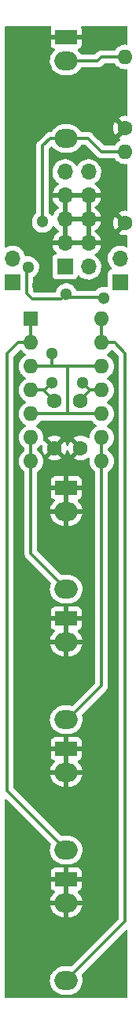
<source format=gbr>
%TF.GenerationSoftware,KiCad,Pcbnew,(6.0.1)*%
%TF.CreationDate,2022-12-13T16:24:09+02:00*%
%TF.ProjectId,BufferedMult3hp,42756666-6572-4656-944d-756c74336870,rev?*%
%TF.SameCoordinates,Original*%
%TF.FileFunction,Copper,L2,Bot*%
%TF.FilePolarity,Positive*%
%FSLAX46Y46*%
G04 Gerber Fmt 4.6, Leading zero omitted, Abs format (unit mm)*
G04 Created by KiCad (PCBNEW (6.0.1)) date 2022-12-13 16:24:09*
%MOMM*%
%LPD*%
G01*
G04 APERTURE LIST*
G04 Aperture macros list*
%AMOutline4P*
0 Free polygon, 4 corners , with rotation*
0 The origin of the aperture is its center*
0 number of corners: always 4*
0 $1 to $8 corner X, Y*
0 $9 Rotation angle, in degrees counterclockwise*
0 create outline with 4 corners*
4,1,4,$1,$2,$3,$4,$5,$6,$7,$8,$1,$2,$9*%
G04 Aperture macros list end*
%TA.AperFunction,ComponentPad*%
%ADD10R,1.600000X1.600000*%
%TD*%
%TA.AperFunction,ComponentPad*%
%ADD11O,1.600000X1.600000*%
%TD*%
%TA.AperFunction,ComponentPad*%
%ADD12Outline4P,-0.750000X-1.150000X0.750000X-1.150000X0.750000X1.150000X-0.750000X1.150000X270.000000*%
%TD*%
%TA.AperFunction,ComponentPad*%
%ADD13O,2.500000X2.000000*%
%TD*%
%TA.AperFunction,ComponentPad*%
%ADD14R,1.700000X1.700000*%
%TD*%
%TA.AperFunction,ComponentPad*%
%ADD15O,1.700000X1.700000*%
%TD*%
%TA.AperFunction,ComponentPad*%
%ADD16C,1.600000*%
%TD*%
%TA.AperFunction,ViaPad*%
%ADD17C,1.300000*%
%TD*%
%TA.AperFunction,Conductor*%
%ADD18C,0.350000*%
%TD*%
G04 APERTURE END LIST*
D10*
%TO.P,U1,1*%
%TO.N,Net-(U1-Pad1)*%
X4320000Y-32872000D03*
D11*
%TO.P,U1,2,-*%
X4320000Y-35412000D03*
%TO.P,U1,3,+*%
%TO.N,Net-(U1-Pad10)*%
X4320000Y-37952000D03*
%TO.P,U1,4,V+*%
%TO.N,+12V*%
X4320000Y-40492000D03*
%TO.P,U1,5,+*%
%TO.N,Net-(U1-Pad10)*%
X4320000Y-43032000D03*
%TO.P,U1,6,-*%
%TO.N,Net-(U1-Pad6)*%
X4320000Y-45572000D03*
%TO.P,U1,7*%
X4320000Y-48112000D03*
%TO.P,U1,8*%
%TO.N,Net-(J4-PadT)*%
X11940000Y-48112000D03*
%TO.P,U1,9,-*%
X11940000Y-45572000D03*
%TO.P,U1,10,+*%
%TO.N,Net-(U1-Pad10)*%
X11940000Y-43032000D03*
%TO.P,U1,11,V-*%
%TO.N,-12V*%
X11940000Y-40492000D03*
%TO.P,U1,12,+*%
%TO.N,Net-(U1-Pad10)*%
X11940000Y-37952000D03*
%TO.P,U1,13,-*%
%TO.N,Net-(U1-Pad13)*%
X11940000Y-35412000D03*
%TO.P,U1,14*%
X11940000Y-32872000D03*
%TD*%
D12*
%TO.P,J4,S*%
%TO.N,GND*%
X8120000Y-64910000D03*
D13*
%TO.P,J4,T*%
%TO.N,Net-(J4-PadT)*%
X8120000Y-75770000D03*
%TO.P,J4,TN*%
%TO.N,GND*%
X8120000Y-67470000D03*
%TD*%
D12*
%TO.P,J3,S*%
%TO.N,GND*%
X8120000Y-78880000D03*
D13*
%TO.P,J3,T*%
%TO.N,Net-(U1-Pad1)*%
X8120000Y-89740000D03*
%TO.P,J3,TN*%
%TO.N,GND*%
X8120000Y-81440000D03*
%TD*%
D12*
%TO.P,J5,S*%
%TO.N,GND*%
X8120000Y-92850000D03*
D13*
%TO.P,J5,T*%
%TO.N,Net-(U1-Pad13)*%
X8120000Y-103710000D03*
%TO.P,J5,TN*%
%TO.N,GND*%
X8120000Y-95410000D03*
%TD*%
D12*
%TO.P,J1,S*%
%TO.N,GND*%
X8120000Y-2680000D03*
D13*
%TO.P,J1,T*%
%TO.N,Net-(U1-Pad10)*%
X8120000Y-13540000D03*
%TO.P,J1,TN*%
%TO.N,Net-(J1-PadTN)*%
X8120000Y-5240000D03*
%TD*%
D12*
%TO.P,J2,S*%
%TO.N,GND*%
X8120000Y-50940000D03*
D13*
%TO.P,J2,T*%
%TO.N,Net-(U1-Pad6)*%
X8120000Y-61800000D03*
%TO.P,J2,TN*%
%TO.N,GND*%
X8120000Y-53500000D03*
%TD*%
D14*
%TO.P,J7,1,Pin_1*%
%TO.N,+12V*%
X13940000Y-28920000D03*
D15*
%TO.P,J7,2,Pin_2*%
%TO.N,-12V*%
X13940000Y-26380000D03*
%TD*%
D14*
%TO.P,J6,1,Pin_1*%
%TO.N,+12V*%
X7988000Y-27284000D03*
D15*
%TO.P,J6,2,Pin_2*%
X10528000Y-27284000D03*
%TO.P,J6,3,Pin_3*%
%TO.N,GND*%
X7988000Y-24744000D03*
%TO.P,J6,4,Pin_4*%
X10528000Y-24744000D03*
%TO.P,J6,5,Pin_5*%
X7988000Y-22204000D03*
%TO.P,J6,6,Pin_6*%
X10528000Y-22204000D03*
%TO.P,J6,7,Pin_7*%
X7988000Y-19664000D03*
%TO.P,J6,8,Pin_8*%
X10528000Y-19664000D03*
%TO.P,J6,9,Pin_9*%
%TO.N,-12V*%
X7988000Y-17124000D03*
%TO.P,J6,10,Pin_10*%
X10528000Y-17124000D03*
%TD*%
D16*
%TO.P,C2,1*%
%TO.N,-12V*%
X9644000Y-41680000D03*
%TO.P,C2,2*%
%TO.N,GND*%
X9644000Y-46680000D03*
%TD*%
%TO.P,C1,1*%
%TO.N,+12V*%
X6850000Y-41680000D03*
%TO.P,C1,2*%
%TO.N,GND*%
X6850000Y-46680000D03*
%TD*%
%TO.P,R1,1*%
%TO.N,GND*%
X14470000Y-22590000D03*
D11*
%TO.P,R1,2*%
%TO.N,Net-(U1-Pad10)*%
X14470000Y-14970000D03*
%TD*%
D16*
%TO.P,R2,1*%
%TO.N,GND*%
X14470000Y-12430000D03*
D11*
%TO.P,R2,2*%
%TO.N,Net-(J1-PadTN)*%
X14470000Y-4810000D03*
%TD*%
D15*
%TO.P,J8,2,Pin_2*%
%TO.N,-12V*%
X2340000Y-26380000D03*
D14*
%TO.P,J8,1,Pin_1*%
%TO.N,+12V*%
X2340000Y-28920000D03*
%TD*%
D17*
%TO.N,GND*%
X2840000Y-17320000D03*
X3540000Y-23320000D03*
X3440000Y-64820000D03*
X5040000Y-29320000D03*
%TO.N,+12V*%
X6596000Y-39735000D03*
X8120000Y-30210000D03*
X4040000Y-27320000D03*
X12188997Y-30595997D03*
%TO.N,Net-(U1-Pad10)*%
X6596000Y-36560000D03*
X5580000Y-22463000D03*
%TO.N,-12V*%
X9898000Y-39735000D03*
%TD*%
D18*
%TO.N,+12V*%
X3840000Y-27520000D02*
X4040000Y-27320000D01*
X4440000Y-30720000D02*
X3840000Y-30120000D01*
X3840000Y-30120000D02*
X3840000Y-27520000D01*
X7610000Y-30720000D02*
X4440000Y-30720000D01*
X8120000Y-30210000D02*
X7610000Y-30720000D01*
X8501000Y-30591000D02*
X11930000Y-30591000D01*
X4442000Y-40370000D02*
X4320000Y-40492000D01*
X5707000Y-40497000D02*
X5702000Y-40492000D01*
X8120000Y-30210000D02*
X8501000Y-30591000D01*
X6596000Y-39735000D02*
X5834000Y-40497000D01*
X5834000Y-40497000D02*
X5707000Y-40497000D01*
X5834000Y-40664000D02*
X5834000Y-40497000D01*
X6850000Y-41680000D02*
X5834000Y-40664000D01*
X5702000Y-40492000D02*
X4320000Y-40492000D01*
%TO.N,Net-(U1-Pad10)*%
X11930000Y-14970000D02*
X14470000Y-14970000D01*
X8120000Y-13540000D02*
X6375000Y-13540000D01*
X5580000Y-14335000D02*
X5580000Y-22463000D01*
X10500000Y-13540000D02*
X11930000Y-14970000D01*
X4320000Y-43032000D02*
X8242000Y-43032000D01*
X6375000Y-13540000D02*
X5580000Y-14335000D01*
X8120000Y-13540000D02*
X10500000Y-13540000D01*
X6596000Y-36560000D02*
X6596000Y-37947000D01*
X8242000Y-37952000D02*
X8242000Y-43032000D01*
X8242000Y-43032000D02*
X11940000Y-43032000D01*
X6596000Y-37947000D02*
X6601000Y-37952000D01*
X6601000Y-37952000D02*
X8242000Y-37952000D01*
X8242000Y-37952000D02*
X11940000Y-37952000D01*
X4320000Y-37952000D02*
X6601000Y-37952000D01*
%TO.N,Net-(U1-Pad6)*%
X4320000Y-48112000D02*
X4320000Y-58000000D01*
X4320000Y-45572000D02*
X4320000Y-48112000D01*
X4320000Y-58000000D02*
X8120000Y-61800000D01*
%TO.N,Net-(U1-Pad1)*%
X2918000Y-35412000D02*
X1770000Y-36560000D01*
X1770000Y-36560000D02*
X1770000Y-83390000D01*
X4320000Y-32872000D02*
X4320000Y-35412000D01*
X1770000Y-83390000D02*
X8120000Y-89740000D01*
X4320000Y-35412000D02*
X2918000Y-35412000D01*
%TO.N,Net-(U1-Pad13)*%
X14470000Y-97360000D02*
X8120000Y-103710000D01*
X14470000Y-36560000D02*
X14470000Y-97360000D01*
X13322000Y-35412000D02*
X14470000Y-36560000D01*
X11940000Y-32872000D02*
X11940000Y-35412000D01*
X11940000Y-35412000D02*
X13322000Y-35412000D01*
%TO.N,Net-(J1-PadTN)*%
X11500000Y-5240000D02*
X11930000Y-4810000D01*
X8120000Y-5240000D02*
X11500000Y-5240000D01*
X11930000Y-4810000D02*
X14470000Y-4810000D01*
%TO.N,-12V*%
X9517000Y-41680000D02*
X10700000Y-40497000D01*
X10787000Y-40497000D02*
X10792000Y-40492000D01*
X9898000Y-39735000D02*
X10660000Y-40497000D01*
X11818000Y-40370000D02*
X11940000Y-40492000D01*
X10660000Y-40497000D02*
X10787000Y-40497000D01*
X10700000Y-40497000D02*
X10787000Y-40497000D01*
X10792000Y-40492000D02*
X11940000Y-40492000D01*
%TO.N,Net-(J4-PadT)*%
X11940000Y-45572000D02*
X11940000Y-48112000D01*
X11930000Y-66066676D02*
X11930000Y-72120000D01*
X11940000Y-66056676D02*
X11930000Y-66066676D01*
X11940000Y-48112000D02*
X11940000Y-66056676D01*
X11930000Y-72120000D02*
X8280000Y-75770000D01*
X8280000Y-75770000D02*
X8120000Y-75770000D01*
%TD*%
%TA.AperFunction,Conductor*%
%TO.N,GND*%
G36*
X3228117Y-36172664D02*
G01*
X3287298Y-36218449D01*
X3313802Y-36256300D01*
X3475700Y-36418198D01*
X3480208Y-36421355D01*
X3480211Y-36421357D01*
X3534521Y-36459385D01*
X3663251Y-36549523D01*
X3668233Y-36551846D01*
X3668238Y-36551849D01*
X3702457Y-36567805D01*
X3755742Y-36614722D01*
X3775203Y-36682999D01*
X3754661Y-36750959D01*
X3702457Y-36796195D01*
X3668238Y-36812151D01*
X3668233Y-36812154D01*
X3663251Y-36814477D01*
X3646952Y-36825890D01*
X3480211Y-36942643D01*
X3480208Y-36942645D01*
X3475700Y-36945802D01*
X3313802Y-37107700D01*
X3182477Y-37295251D01*
X3180154Y-37300233D01*
X3180151Y-37300238D01*
X3088039Y-37497775D01*
X3085716Y-37502757D01*
X3026457Y-37723913D01*
X3006502Y-37952000D01*
X3026457Y-38180087D01*
X3085716Y-38401243D01*
X3088039Y-38406224D01*
X3088039Y-38406225D01*
X3180151Y-38603762D01*
X3180154Y-38603767D01*
X3182477Y-38608749D01*
X3207791Y-38644901D01*
X3289435Y-38761500D01*
X3313802Y-38796300D01*
X3475700Y-38958198D01*
X3480208Y-38961355D01*
X3480211Y-38961357D01*
X3558389Y-39016098D01*
X3663251Y-39089523D01*
X3668233Y-39091846D01*
X3668238Y-39091849D01*
X3702457Y-39107805D01*
X3755742Y-39154722D01*
X3775203Y-39222999D01*
X3754661Y-39290959D01*
X3702457Y-39336195D01*
X3668238Y-39352151D01*
X3668233Y-39352154D01*
X3663251Y-39354477D01*
X3633673Y-39375188D01*
X3480211Y-39482643D01*
X3480208Y-39482645D01*
X3475700Y-39485802D01*
X3313802Y-39647700D01*
X3182477Y-39835251D01*
X3180154Y-39840233D01*
X3180151Y-39840238D01*
X3088039Y-40037775D01*
X3085716Y-40042757D01*
X3026457Y-40263913D01*
X3006502Y-40492000D01*
X3026457Y-40720087D01*
X3085716Y-40941243D01*
X3088039Y-40946224D01*
X3088039Y-40946225D01*
X3180151Y-41143762D01*
X3180154Y-41143767D01*
X3182477Y-41148749D01*
X3185634Y-41153257D01*
X3308497Y-41328723D01*
X3313802Y-41336300D01*
X3475700Y-41498198D01*
X3480208Y-41501355D01*
X3480211Y-41501357D01*
X3558389Y-41556098D01*
X3663251Y-41629523D01*
X3668233Y-41631846D01*
X3668238Y-41631849D01*
X3702457Y-41647805D01*
X3755742Y-41694722D01*
X3775203Y-41762999D01*
X3754661Y-41830959D01*
X3702457Y-41876195D01*
X3668238Y-41892151D01*
X3668233Y-41892154D01*
X3663251Y-41894477D01*
X3583812Y-41950101D01*
X3480211Y-42022643D01*
X3480208Y-42022645D01*
X3475700Y-42025802D01*
X3313802Y-42187700D01*
X3182477Y-42375251D01*
X3180154Y-42380233D01*
X3180151Y-42380238D01*
X3088039Y-42577775D01*
X3085716Y-42582757D01*
X3026457Y-42803913D01*
X3006502Y-43032000D01*
X3026457Y-43260087D01*
X3085716Y-43481243D01*
X3088039Y-43486224D01*
X3088039Y-43486225D01*
X3180151Y-43683762D01*
X3180154Y-43683767D01*
X3182477Y-43688749D01*
X3313802Y-43876300D01*
X3475700Y-44038198D01*
X3480208Y-44041355D01*
X3480211Y-44041357D01*
X3558389Y-44096098D01*
X3663251Y-44169523D01*
X3668233Y-44171846D01*
X3668238Y-44171849D01*
X3702457Y-44187805D01*
X3755742Y-44234722D01*
X3775203Y-44302999D01*
X3754661Y-44370959D01*
X3702457Y-44416195D01*
X3668238Y-44432151D01*
X3668233Y-44432154D01*
X3663251Y-44434477D01*
X3558389Y-44507902D01*
X3480211Y-44562643D01*
X3480208Y-44562645D01*
X3475700Y-44565802D01*
X3313802Y-44727700D01*
X3182477Y-44915251D01*
X3180154Y-44920233D01*
X3180151Y-44920238D01*
X3088039Y-45117775D01*
X3085716Y-45122757D01*
X3026457Y-45343913D01*
X3006502Y-45572000D01*
X3026457Y-45800087D01*
X3027881Y-45805400D01*
X3027881Y-45805402D01*
X3071169Y-45966952D01*
X3085716Y-46021243D01*
X3088039Y-46026224D01*
X3088039Y-46026225D01*
X3180151Y-46223762D01*
X3180154Y-46223767D01*
X3182477Y-46228749D01*
X3185634Y-46233257D01*
X3282153Y-46371100D01*
X3313802Y-46416300D01*
X3475700Y-46578198D01*
X3480209Y-46581355D01*
X3480211Y-46581357D01*
X3582771Y-46653170D01*
X3627099Y-46708627D01*
X3636500Y-46756383D01*
X3636500Y-46927617D01*
X3616498Y-46995738D01*
X3582772Y-47030829D01*
X3531999Y-47066381D01*
X3491027Y-47095070D01*
X3475700Y-47105802D01*
X3313802Y-47267700D01*
X3182477Y-47455251D01*
X3180154Y-47460233D01*
X3180151Y-47460238D01*
X3088039Y-47657775D01*
X3085716Y-47662757D01*
X3084294Y-47668065D01*
X3084293Y-47668067D01*
X3038799Y-47837852D01*
X3026457Y-47883913D01*
X3006502Y-48112000D01*
X3026457Y-48340087D01*
X3085716Y-48561243D01*
X3088039Y-48566224D01*
X3088039Y-48566225D01*
X3180151Y-48763762D01*
X3180154Y-48763767D01*
X3182477Y-48768749D01*
X3313802Y-48956300D01*
X3475700Y-49118198D01*
X3480209Y-49121355D01*
X3480211Y-49121357D01*
X3582771Y-49193170D01*
X3627099Y-49248627D01*
X3636500Y-49296383D01*
X3636500Y-57971955D01*
X3636208Y-57980523D01*
X3632424Y-58036034D01*
X3633729Y-58043511D01*
X3633729Y-58043514D01*
X3643002Y-58096647D01*
X3643965Y-58103171D01*
X3651355Y-58164235D01*
X3654042Y-58171345D01*
X3655246Y-58176248D01*
X3658114Y-58186734D01*
X3659561Y-58191526D01*
X3660866Y-58199004D01*
X3663918Y-58205956D01*
X3663918Y-58205957D01*
X3685595Y-58255341D01*
X3688086Y-58261446D01*
X3707145Y-58311882D01*
X3709831Y-58318989D01*
X3714131Y-58325246D01*
X3716467Y-58329714D01*
X3721725Y-58339160D01*
X3724307Y-58343526D01*
X3727362Y-58350485D01*
X3764823Y-58399304D01*
X3768686Y-58404623D01*
X3795283Y-58443321D01*
X3803534Y-58455326D01*
X3809203Y-58460377D01*
X3848323Y-58495232D01*
X3853598Y-58500213D01*
X6445720Y-61092335D01*
X6479746Y-61154647D01*
X6474256Y-61226584D01*
X6418167Y-61372702D01*
X6368526Y-61610320D01*
X6357514Y-61852817D01*
X6358095Y-61857837D01*
X6358095Y-61857841D01*
X6373923Y-61994631D01*
X6385415Y-62093956D01*
X6386791Y-62098820D01*
X6386792Y-62098823D01*
X6432476Y-62260266D01*
X6451510Y-62327532D01*
X6453644Y-62332108D01*
X6453646Y-62332114D01*
X6510446Y-62453922D01*
X6554099Y-62547536D01*
X6690544Y-62748307D01*
X6857332Y-62924681D01*
X6861358Y-62927759D01*
X6861359Y-62927760D01*
X7046154Y-63069047D01*
X7046158Y-63069050D01*
X7050174Y-63072120D01*
X7264109Y-63186831D01*
X7493631Y-63265862D01*
X7592978Y-63283022D01*
X7728926Y-63306504D01*
X7728932Y-63306505D01*
X7732836Y-63307179D01*
X7736797Y-63307359D01*
X7736798Y-63307359D01*
X7760506Y-63308436D01*
X7760525Y-63308436D01*
X7761925Y-63308500D01*
X8431001Y-63308500D01*
X8433509Y-63308298D01*
X8433514Y-63308298D01*
X8606924Y-63294346D01*
X8606929Y-63294345D01*
X8611965Y-63293940D01*
X8616873Y-63292734D01*
X8616876Y-63292734D01*
X8842792Y-63237244D01*
X8847706Y-63236037D01*
X8852358Y-63234062D01*
X8852362Y-63234061D01*
X9066498Y-63143165D01*
X9071156Y-63141188D01*
X9177037Y-63074511D01*
X9272288Y-63014528D01*
X9272291Y-63014526D01*
X9276567Y-63011833D01*
X9375422Y-62924681D01*
X9454858Y-62854650D01*
X9454861Y-62854647D01*
X9458655Y-62851302D01*
X9612734Y-62663722D01*
X9734841Y-62453922D01*
X9821833Y-62227298D01*
X9871474Y-61989680D01*
X9882486Y-61747183D01*
X9867235Y-61615373D01*
X9855167Y-61511071D01*
X9855166Y-61511067D01*
X9854585Y-61506044D01*
X9815517Y-61367978D01*
X9789866Y-61277331D01*
X9788490Y-61272468D01*
X9786356Y-61267892D01*
X9786354Y-61267886D01*
X9688038Y-61057046D01*
X9688036Y-61057042D01*
X9685901Y-61052464D01*
X9549456Y-60851693D01*
X9382668Y-60675319D01*
X9378641Y-60672240D01*
X9193846Y-60530953D01*
X9193842Y-60530950D01*
X9189826Y-60527880D01*
X8975891Y-60413169D01*
X8746369Y-60334138D01*
X8647022Y-60316978D01*
X8511074Y-60293496D01*
X8511068Y-60293495D01*
X8507164Y-60292821D01*
X8503203Y-60292641D01*
X8503202Y-60292641D01*
X8479494Y-60291564D01*
X8479475Y-60291564D01*
X8478075Y-60291500D01*
X7808999Y-60291500D01*
X7806491Y-60291702D01*
X7806486Y-60291702D01*
X7653340Y-60304024D01*
X7583835Y-60289550D01*
X7554140Y-60267525D01*
X5040405Y-57753790D01*
X5006379Y-57691478D01*
X5003500Y-57664695D01*
X5003500Y-53771114D01*
X6383275Y-53771114D01*
X6385325Y-53788830D01*
X6387285Y-53798727D01*
X6450604Y-54022494D01*
X6454116Y-54031938D01*
X6552399Y-54242705D01*
X6557378Y-54251471D01*
X6688087Y-54443802D01*
X6694419Y-54451677D01*
X6854186Y-54620626D01*
X6861695Y-54627387D01*
X7046426Y-54768625D01*
X7054905Y-54774089D01*
X7259847Y-54883978D01*
X7269099Y-54888020D01*
X7488971Y-54963727D01*
X7498743Y-54966236D01*
X7728971Y-55006004D01*
X7736843Y-55006859D01*
X7760551Y-55007936D01*
X7763384Y-55008000D01*
X7847885Y-55008000D01*
X7863124Y-55003525D01*
X7864329Y-55002135D01*
X7866000Y-54994452D01*
X7866000Y-54989885D01*
X8374000Y-54989885D01*
X8378475Y-55005124D01*
X8379865Y-55006329D01*
X8387548Y-55008000D01*
X8428456Y-55008000D01*
X8433488Y-55007798D01*
X8606843Y-54993850D01*
X8616796Y-54992238D01*
X8842633Y-54936767D01*
X8852203Y-54933584D01*
X9066265Y-54842720D01*
X9075207Y-54838045D01*
X9271987Y-54714126D01*
X9280060Y-54708086D01*
X9454500Y-54554297D01*
X9461504Y-54547044D01*
X9609110Y-54367346D01*
X9614866Y-54359064D01*
X9731841Y-54158081D01*
X9736203Y-54148976D01*
X9819537Y-53931885D01*
X9822388Y-53922196D01*
X9853821Y-53771736D01*
X9852698Y-53757675D01*
X9842590Y-53754000D01*
X8392115Y-53754000D01*
X8376876Y-53758475D01*
X8375671Y-53759865D01*
X8374000Y-53767548D01*
X8374000Y-54989885D01*
X7866000Y-54989885D01*
X7866000Y-53772115D01*
X7861525Y-53756876D01*
X7860135Y-53755671D01*
X7852452Y-53754000D01*
X6399410Y-53754000D01*
X6385324Y-53758136D01*
X6383275Y-53771114D01*
X5003500Y-53771114D01*
X5003500Y-53228264D01*
X6386179Y-53228264D01*
X6387302Y-53242325D01*
X6397410Y-53246000D01*
X7847885Y-53246000D01*
X7863124Y-53241525D01*
X7864329Y-53240135D01*
X7866000Y-53232452D01*
X7866000Y-53227885D01*
X8374000Y-53227885D01*
X8378475Y-53243124D01*
X8379865Y-53244329D01*
X8387548Y-53246000D01*
X9840590Y-53246000D01*
X9854676Y-53241864D01*
X9856725Y-53228886D01*
X9854675Y-53211170D01*
X9852715Y-53201273D01*
X9789396Y-52977506D01*
X9785884Y-52968062D01*
X9687601Y-52757295D01*
X9682622Y-52748529D01*
X9551913Y-52556198D01*
X9545581Y-52548323D01*
X9383435Y-52376858D01*
X9351163Y-52313620D01*
X9358203Y-52242973D01*
X9402320Y-52187348D01*
X9430753Y-52172303D01*
X9508054Y-52143324D01*
X9523649Y-52134786D01*
X9625724Y-52058285D01*
X9638285Y-52045724D01*
X9714786Y-51943649D01*
X9723324Y-51928054D01*
X9768478Y-51807606D01*
X9772105Y-51792351D01*
X9777631Y-51741486D01*
X9778000Y-51734672D01*
X9778000Y-51212115D01*
X9773525Y-51196876D01*
X9772135Y-51195671D01*
X9764452Y-51194000D01*
X8392115Y-51194000D01*
X8376876Y-51198475D01*
X8375671Y-51199865D01*
X8374000Y-51207548D01*
X8374000Y-53227885D01*
X7866000Y-53227885D01*
X7866000Y-51212115D01*
X7861525Y-51196876D01*
X7860135Y-51195671D01*
X7852452Y-51194000D01*
X6480116Y-51194000D01*
X6464877Y-51198475D01*
X6463672Y-51199865D01*
X6462001Y-51207548D01*
X6462001Y-51734669D01*
X6462371Y-51741490D01*
X6467895Y-51792352D01*
X6471521Y-51807604D01*
X6516676Y-51928054D01*
X6525214Y-51943649D01*
X6601715Y-52045724D01*
X6614276Y-52058285D01*
X6716351Y-52134786D01*
X6731948Y-52143325D01*
X6813624Y-52173944D01*
X6870389Y-52216585D01*
X6895089Y-52283147D01*
X6879882Y-52352496D01*
X6852721Y-52386440D01*
X6785495Y-52445708D01*
X6778496Y-52452956D01*
X6630890Y-52632654D01*
X6625134Y-52640936D01*
X6508159Y-52841919D01*
X6503797Y-52851024D01*
X6420463Y-53068115D01*
X6417612Y-53077804D01*
X6386179Y-53228264D01*
X5003500Y-53228264D01*
X5003500Y-50667885D01*
X6462000Y-50667885D01*
X6466475Y-50683124D01*
X6467865Y-50684329D01*
X6475548Y-50686000D01*
X7847885Y-50686000D01*
X7863124Y-50681525D01*
X7864329Y-50680135D01*
X7866000Y-50672452D01*
X7866000Y-50667885D01*
X8374000Y-50667885D01*
X8378475Y-50683124D01*
X8379865Y-50684329D01*
X8387548Y-50686000D01*
X9759884Y-50686000D01*
X9775123Y-50681525D01*
X9776328Y-50680135D01*
X9777999Y-50672452D01*
X9777999Y-50145331D01*
X9777629Y-50138510D01*
X9772105Y-50087648D01*
X9768479Y-50072396D01*
X9723324Y-49951946D01*
X9714786Y-49936351D01*
X9638285Y-49834276D01*
X9625724Y-49821715D01*
X9523649Y-49745214D01*
X9508054Y-49736676D01*
X9387606Y-49691522D01*
X9372351Y-49687895D01*
X9321486Y-49682369D01*
X9314672Y-49682000D01*
X8392115Y-49682000D01*
X8376876Y-49686475D01*
X8375671Y-49687865D01*
X8374000Y-49695548D01*
X8374000Y-50667885D01*
X7866000Y-50667885D01*
X7866000Y-49700116D01*
X7861525Y-49684877D01*
X7860135Y-49683672D01*
X7852452Y-49682001D01*
X6925331Y-49682001D01*
X6918510Y-49682371D01*
X6867648Y-49687895D01*
X6852396Y-49691521D01*
X6731946Y-49736676D01*
X6716351Y-49745214D01*
X6614276Y-49821715D01*
X6601715Y-49834276D01*
X6525214Y-49936351D01*
X6516676Y-49951946D01*
X6471522Y-50072394D01*
X6467895Y-50087649D01*
X6462369Y-50138514D01*
X6462000Y-50145328D01*
X6462000Y-50667885D01*
X5003500Y-50667885D01*
X5003500Y-49296383D01*
X5023502Y-49228262D01*
X5057229Y-49193170D01*
X5159789Y-49121357D01*
X5159791Y-49121355D01*
X5164300Y-49118198D01*
X5326198Y-48956300D01*
X5457523Y-48768749D01*
X5459846Y-48763767D01*
X5459849Y-48763762D01*
X5551961Y-48566225D01*
X5551961Y-48566224D01*
X5554284Y-48561243D01*
X5613543Y-48340087D01*
X5633498Y-48112000D01*
X5613543Y-47883913D01*
X5601201Y-47837852D01*
X5581965Y-47766062D01*
X6128493Y-47766062D01*
X6137789Y-47778077D01*
X6188994Y-47813931D01*
X6198489Y-47819414D01*
X6395947Y-47911490D01*
X6406239Y-47915236D01*
X6616688Y-47971625D01*
X6627481Y-47973528D01*
X6844525Y-47992517D01*
X6855475Y-47992517D01*
X7072519Y-47973528D01*
X7083312Y-47971625D01*
X7293761Y-47915236D01*
X7304053Y-47911490D01*
X7501511Y-47819414D01*
X7511006Y-47813931D01*
X7563048Y-47777491D01*
X7571424Y-47767012D01*
X7564356Y-47753566D01*
X6862812Y-47052022D01*
X6848868Y-47044408D01*
X6847035Y-47044539D01*
X6840420Y-47048790D01*
X6134923Y-47754287D01*
X6128493Y-47766062D01*
X5581965Y-47766062D01*
X5555707Y-47668067D01*
X5555706Y-47668065D01*
X5554284Y-47662757D01*
X5551961Y-47657775D01*
X5459849Y-47460238D01*
X5459846Y-47460233D01*
X5457523Y-47455251D01*
X5326198Y-47267700D01*
X5164300Y-47105802D01*
X5148974Y-47095070D01*
X5108001Y-47066381D01*
X5057228Y-47030829D01*
X5012901Y-46975373D01*
X5003500Y-46927617D01*
X5003500Y-46756383D01*
X5023502Y-46688262D01*
X5057229Y-46653170D01*
X5159789Y-46581357D01*
X5159791Y-46581355D01*
X5164300Y-46578198D01*
X5326198Y-46416300D01*
X5329357Y-46411789D01*
X5330502Y-46410425D01*
X5389613Y-46371100D01*
X5460600Y-46369976D01*
X5520927Y-46407409D01*
X5551439Y-46471515D01*
X5552542Y-46502401D01*
X5537483Y-46674526D01*
X5537483Y-46685475D01*
X5556472Y-46902519D01*
X5558375Y-46913312D01*
X5614764Y-47123761D01*
X5618510Y-47134053D01*
X5710586Y-47331511D01*
X5716069Y-47341006D01*
X5752509Y-47393048D01*
X5762988Y-47401424D01*
X5776434Y-47394356D01*
X6477978Y-46692812D01*
X6484356Y-46681132D01*
X7214408Y-46681132D01*
X7214539Y-46682965D01*
X7218790Y-46689580D01*
X7924287Y-47395077D01*
X7936062Y-47401507D01*
X7948077Y-47392211D01*
X7983931Y-47341006D01*
X7989414Y-47331511D01*
X8081490Y-47134053D01*
X8085236Y-47123761D01*
X8125293Y-46974265D01*
X8162245Y-46913642D01*
X8226105Y-46882621D01*
X8296600Y-46891049D01*
X8351347Y-46936252D01*
X8368707Y-46974265D01*
X8408764Y-47123761D01*
X8412510Y-47134053D01*
X8504586Y-47331511D01*
X8510069Y-47341006D01*
X8546509Y-47393048D01*
X8556988Y-47401424D01*
X8570434Y-47394356D01*
X9271978Y-46692812D01*
X9279592Y-46678868D01*
X9279461Y-46677035D01*
X9275210Y-46670420D01*
X8569713Y-45964923D01*
X8557938Y-45958493D01*
X8545923Y-45967789D01*
X8510069Y-46018994D01*
X8504586Y-46028489D01*
X8412510Y-46225947D01*
X8408764Y-46236239D01*
X8368707Y-46385735D01*
X8331755Y-46446358D01*
X8267895Y-46477379D01*
X8197400Y-46468951D01*
X8142653Y-46423748D01*
X8125293Y-46385735D01*
X8085236Y-46236239D01*
X8081490Y-46225947D01*
X7989414Y-46028489D01*
X7983931Y-46018994D01*
X7947491Y-45966952D01*
X7937012Y-45958576D01*
X7923566Y-45965644D01*
X7222022Y-46667188D01*
X7214408Y-46681132D01*
X6484356Y-46681132D01*
X6485592Y-46678868D01*
X6485461Y-46677035D01*
X6481210Y-46670420D01*
X5775713Y-45964923D01*
X5761769Y-45957309D01*
X5744188Y-45958566D01*
X5674814Y-45943475D01*
X5624612Y-45893273D01*
X5609520Y-45823899D01*
X5611715Y-45810914D01*
X5611164Y-45810817D01*
X5612119Y-45805402D01*
X5613543Y-45800087D01*
X5631662Y-45592988D01*
X6128576Y-45592988D01*
X6135644Y-45606434D01*
X6837188Y-46307978D01*
X6851132Y-46315592D01*
X6852965Y-46315461D01*
X6859580Y-46311210D01*
X7565077Y-45605713D01*
X7571507Y-45593938D01*
X7562211Y-45581923D01*
X7511006Y-45546069D01*
X7501511Y-45540586D01*
X7304053Y-45448510D01*
X7293761Y-45444764D01*
X7083312Y-45388375D01*
X7072519Y-45386472D01*
X6855475Y-45367483D01*
X6844525Y-45367483D01*
X6627481Y-45386472D01*
X6616688Y-45388375D01*
X6406239Y-45444764D01*
X6395947Y-45448510D01*
X6198489Y-45540586D01*
X6188994Y-45546069D01*
X6136952Y-45582509D01*
X6128576Y-45592988D01*
X5631662Y-45592988D01*
X5633498Y-45572000D01*
X5613543Y-45343913D01*
X5554284Y-45122757D01*
X5551961Y-45117775D01*
X5459849Y-44920238D01*
X5459846Y-44920233D01*
X5457523Y-44915251D01*
X5326198Y-44727700D01*
X5164300Y-44565802D01*
X5159792Y-44562645D01*
X5159789Y-44562643D01*
X5081611Y-44507902D01*
X4976749Y-44434477D01*
X4971767Y-44432154D01*
X4971762Y-44432151D01*
X4937543Y-44416195D01*
X4884258Y-44369278D01*
X4864797Y-44301001D01*
X4885339Y-44233041D01*
X4937543Y-44187805D01*
X4971762Y-44171849D01*
X4971767Y-44171846D01*
X4976749Y-44169523D01*
X5081611Y-44096098D01*
X5159789Y-44041357D01*
X5159792Y-44041355D01*
X5164300Y-44038198D01*
X5326198Y-43876300D01*
X5401171Y-43769228D01*
X5456627Y-43724901D01*
X5504383Y-43715500D01*
X8233559Y-43715500D01*
X8234219Y-43715502D01*
X8316872Y-43715935D01*
X8316877Y-43715935D01*
X8321137Y-43715957D01*
X8322608Y-43715604D01*
X8324410Y-43715500D01*
X10755617Y-43715500D01*
X10823738Y-43735502D01*
X10858829Y-43769228D01*
X10933802Y-43876300D01*
X11095700Y-44038198D01*
X11100208Y-44041355D01*
X11100211Y-44041357D01*
X11178389Y-44096098D01*
X11283251Y-44169523D01*
X11288233Y-44171846D01*
X11288238Y-44171849D01*
X11322457Y-44187805D01*
X11375742Y-44234722D01*
X11395203Y-44302999D01*
X11374661Y-44370959D01*
X11322457Y-44416195D01*
X11288238Y-44432151D01*
X11288233Y-44432154D01*
X11283251Y-44434477D01*
X11178389Y-44507902D01*
X11100211Y-44562643D01*
X11100208Y-44562645D01*
X11095700Y-44565802D01*
X10933802Y-44727700D01*
X10802477Y-44915251D01*
X10800154Y-44920233D01*
X10800151Y-44920238D01*
X10708039Y-45117775D01*
X10705716Y-45122757D01*
X10646457Y-45343913D01*
X10645978Y-45349393D01*
X10629102Y-45542277D01*
X10603238Y-45608395D01*
X10545735Y-45650035D01*
X10474847Y-45653975D01*
X10431310Y-45634508D01*
X10305006Y-45546069D01*
X10295511Y-45540586D01*
X10098053Y-45448510D01*
X10087761Y-45444764D01*
X9877312Y-45388375D01*
X9866519Y-45386472D01*
X9649475Y-45367483D01*
X9638525Y-45367483D01*
X9421481Y-45386472D01*
X9410688Y-45388375D01*
X9200239Y-45444764D01*
X9189947Y-45448510D01*
X8992489Y-45540586D01*
X8982994Y-45546069D01*
X8930952Y-45582509D01*
X8922576Y-45592988D01*
X8929644Y-45606434D01*
X9914115Y-46590905D01*
X9948141Y-46653217D01*
X9943076Y-46724032D01*
X9914115Y-46769095D01*
X8928923Y-47754287D01*
X8922493Y-47766062D01*
X8931789Y-47778077D01*
X8982994Y-47813931D01*
X8992489Y-47819414D01*
X9189947Y-47911490D01*
X9200239Y-47915236D01*
X9410688Y-47971625D01*
X9421481Y-47973528D01*
X9638525Y-47992517D01*
X9649475Y-47992517D01*
X9866519Y-47973528D01*
X9877312Y-47971625D01*
X10087761Y-47915236D01*
X10098053Y-47911490D01*
X10295511Y-47819414D01*
X10305007Y-47813931D01*
X10464821Y-47702028D01*
X10532095Y-47679340D01*
X10600956Y-47696625D01*
X10649540Y-47748395D01*
X10662422Y-47818213D01*
X10658799Y-47837852D01*
X10646457Y-47883913D01*
X10626502Y-48112000D01*
X10646457Y-48340087D01*
X10705716Y-48561243D01*
X10708039Y-48566224D01*
X10708039Y-48566225D01*
X10800151Y-48763762D01*
X10800154Y-48763767D01*
X10802477Y-48768749D01*
X10933802Y-48956300D01*
X11095700Y-49118198D01*
X11100209Y-49121355D01*
X11100211Y-49121357D01*
X11202771Y-49193170D01*
X11247099Y-49248627D01*
X11256500Y-49296383D01*
X11256500Y-65937405D01*
X11255424Y-65953837D01*
X11255082Y-65956437D01*
X11254051Y-65962951D01*
X11242839Y-66023443D01*
X11243276Y-66031023D01*
X11243276Y-66031024D01*
X11246291Y-66083318D01*
X11246500Y-66090570D01*
X11246500Y-71784695D01*
X11226498Y-71852816D01*
X11209595Y-71873790D01*
X8820587Y-74262798D01*
X8758275Y-74296824D01*
X8710046Y-74297864D01*
X8511074Y-74263496D01*
X8511068Y-74263495D01*
X8507164Y-74262821D01*
X8503203Y-74262641D01*
X8503202Y-74262641D01*
X8479494Y-74261564D01*
X8479475Y-74261564D01*
X8478075Y-74261500D01*
X7808999Y-74261500D01*
X7806491Y-74261702D01*
X7806486Y-74261702D01*
X7633076Y-74275654D01*
X7633071Y-74275655D01*
X7628035Y-74276060D01*
X7623127Y-74277266D01*
X7623124Y-74277266D01*
X7479436Y-74312559D01*
X7392294Y-74333963D01*
X7387642Y-74335938D01*
X7387638Y-74335939D01*
X7251829Y-74393587D01*
X7168844Y-74428812D01*
X7164560Y-74431510D01*
X6967712Y-74555472D01*
X6967709Y-74555474D01*
X6963433Y-74558167D01*
X6959639Y-74561512D01*
X6785142Y-74715350D01*
X6785139Y-74715353D01*
X6781345Y-74718698D01*
X6627266Y-74906278D01*
X6505159Y-75116078D01*
X6503346Y-75120801D01*
X6481000Y-75179016D01*
X6418167Y-75342702D01*
X6368526Y-75580320D01*
X6357514Y-75822817D01*
X6358095Y-75827837D01*
X6358095Y-75827841D01*
X6373923Y-75964631D01*
X6385415Y-76063956D01*
X6386791Y-76068820D01*
X6386792Y-76068823D01*
X6432476Y-76230266D01*
X6451510Y-76297532D01*
X6453644Y-76302108D01*
X6453646Y-76302114D01*
X6510446Y-76423922D01*
X6554099Y-76517536D01*
X6690544Y-76718307D01*
X6857332Y-76894681D01*
X6861358Y-76897759D01*
X6861359Y-76897760D01*
X7046154Y-77039047D01*
X7046158Y-77039050D01*
X7050174Y-77042120D01*
X7264109Y-77156831D01*
X7493631Y-77235862D01*
X7592978Y-77253022D01*
X7728926Y-77276504D01*
X7728932Y-77276505D01*
X7732836Y-77277179D01*
X7736797Y-77277359D01*
X7736798Y-77277359D01*
X7760506Y-77278436D01*
X7760525Y-77278436D01*
X7761925Y-77278500D01*
X8431001Y-77278500D01*
X8433509Y-77278298D01*
X8433514Y-77278298D01*
X8606924Y-77264346D01*
X8606929Y-77264345D01*
X8611965Y-77263940D01*
X8616873Y-77262734D01*
X8616876Y-77262734D01*
X8842792Y-77207244D01*
X8847706Y-77206037D01*
X8852358Y-77204062D01*
X8852362Y-77204061D01*
X9066498Y-77113165D01*
X9071156Y-77111188D01*
X9177037Y-77044511D01*
X9272288Y-76984528D01*
X9272291Y-76984526D01*
X9276567Y-76981833D01*
X9375422Y-76894681D01*
X9454858Y-76824650D01*
X9454861Y-76824647D01*
X9458655Y-76821302D01*
X9612734Y-76633722D01*
X9734841Y-76423922D01*
X9821833Y-76197298D01*
X9871474Y-75959680D01*
X9882486Y-75717183D01*
X9867235Y-75585373D01*
X9855167Y-75481071D01*
X9855166Y-75481067D01*
X9854585Y-75476044D01*
X9805454Y-75302418D01*
X9806153Y-75231425D01*
X9837599Y-75179016D01*
X12393459Y-72623156D01*
X12399724Y-72617302D01*
X12441670Y-72580710D01*
X12477066Y-72530348D01*
X12480976Y-72525083D01*
X12514247Y-72482650D01*
X12518935Y-72476671D01*
X12522062Y-72469746D01*
X12524683Y-72465418D01*
X12530046Y-72456017D01*
X12532428Y-72451575D01*
X12536795Y-72445361D01*
X12559142Y-72388044D01*
X12561698Y-72381963D01*
X12583889Y-72332816D01*
X12587014Y-72325895D01*
X12588399Y-72318423D01*
X12589903Y-72313622D01*
X12592878Y-72303182D01*
X12594131Y-72298302D01*
X12596889Y-72291228D01*
X12604921Y-72230223D01*
X12605953Y-72223710D01*
X12615777Y-72170701D01*
X12615777Y-72170699D01*
X12617161Y-72163232D01*
X12613709Y-72103357D01*
X12613500Y-72096105D01*
X12613500Y-66185947D01*
X12614576Y-66169515D01*
X12614918Y-66166915D01*
X12615952Y-66160384D01*
X12619304Y-66142303D01*
X12627161Y-66099909D01*
X12626414Y-66086943D01*
X12623709Y-66040034D01*
X12623500Y-66032782D01*
X12623500Y-49296383D01*
X12643502Y-49228262D01*
X12677229Y-49193170D01*
X12779789Y-49121357D01*
X12779791Y-49121355D01*
X12784300Y-49118198D01*
X12946198Y-48956300D01*
X13077523Y-48768749D01*
X13079846Y-48763767D01*
X13079849Y-48763762D01*
X13171961Y-48566225D01*
X13171961Y-48566224D01*
X13174284Y-48561243D01*
X13233543Y-48340087D01*
X13253498Y-48112000D01*
X13233543Y-47883913D01*
X13221201Y-47837852D01*
X13175707Y-47668067D01*
X13175706Y-47668065D01*
X13174284Y-47662757D01*
X13171961Y-47657775D01*
X13079849Y-47460238D01*
X13079846Y-47460233D01*
X13077523Y-47455251D01*
X12946198Y-47267700D01*
X12784300Y-47105802D01*
X12768974Y-47095070D01*
X12728001Y-47066381D01*
X12677228Y-47030829D01*
X12632901Y-46975373D01*
X12623500Y-46927617D01*
X12623500Y-46756383D01*
X12643502Y-46688262D01*
X12677229Y-46653170D01*
X12779789Y-46581357D01*
X12779791Y-46581355D01*
X12784300Y-46578198D01*
X12946198Y-46416300D01*
X12977848Y-46371100D01*
X13074366Y-46233257D01*
X13077523Y-46228749D01*
X13079846Y-46223767D01*
X13079849Y-46223762D01*
X13171961Y-46026225D01*
X13171961Y-46026224D01*
X13174284Y-46021243D01*
X13188832Y-45966952D01*
X13232119Y-45805402D01*
X13232119Y-45805400D01*
X13233543Y-45800087D01*
X13253498Y-45572000D01*
X13233543Y-45343913D01*
X13174284Y-45122757D01*
X13171961Y-45117775D01*
X13079849Y-44920238D01*
X13079846Y-44920233D01*
X13077523Y-44915251D01*
X12946198Y-44727700D01*
X12784300Y-44565802D01*
X12779792Y-44562645D01*
X12779789Y-44562643D01*
X12701611Y-44507902D01*
X12596749Y-44434477D01*
X12591767Y-44432154D01*
X12591762Y-44432151D01*
X12557543Y-44416195D01*
X12504258Y-44369278D01*
X12484797Y-44301001D01*
X12505339Y-44233041D01*
X12557543Y-44187805D01*
X12591762Y-44171849D01*
X12591767Y-44171846D01*
X12596749Y-44169523D01*
X12701611Y-44096098D01*
X12779789Y-44041357D01*
X12779792Y-44041355D01*
X12784300Y-44038198D01*
X12946198Y-43876300D01*
X13077523Y-43688749D01*
X13079846Y-43683767D01*
X13079849Y-43683762D01*
X13171961Y-43486225D01*
X13171961Y-43486224D01*
X13174284Y-43481243D01*
X13233543Y-43260087D01*
X13253498Y-43032000D01*
X13233543Y-42803913D01*
X13174284Y-42582757D01*
X13171961Y-42577775D01*
X13079849Y-42380238D01*
X13079846Y-42380233D01*
X13077523Y-42375251D01*
X12946198Y-42187700D01*
X12784300Y-42025802D01*
X12779792Y-42022645D01*
X12779789Y-42022643D01*
X12676188Y-41950101D01*
X12596749Y-41894477D01*
X12591767Y-41892154D01*
X12591762Y-41892151D01*
X12557543Y-41876195D01*
X12504258Y-41829278D01*
X12484797Y-41761001D01*
X12505339Y-41693041D01*
X12557543Y-41647805D01*
X12591762Y-41631849D01*
X12591767Y-41631846D01*
X12596749Y-41629523D01*
X12701611Y-41556098D01*
X12779789Y-41501357D01*
X12779792Y-41501355D01*
X12784300Y-41498198D01*
X12946198Y-41336300D01*
X12951504Y-41328723D01*
X13074366Y-41153257D01*
X13077523Y-41148749D01*
X13079846Y-41143767D01*
X13079849Y-41143762D01*
X13171961Y-40946225D01*
X13171961Y-40946224D01*
X13174284Y-40941243D01*
X13233543Y-40720087D01*
X13253498Y-40492000D01*
X13233543Y-40263913D01*
X13174284Y-40042757D01*
X13171961Y-40037775D01*
X13079849Y-39840238D01*
X13079846Y-39840233D01*
X13077523Y-39835251D01*
X12946198Y-39647700D01*
X12784300Y-39485802D01*
X12779792Y-39482645D01*
X12779789Y-39482643D01*
X12626327Y-39375188D01*
X12596749Y-39354477D01*
X12591767Y-39352154D01*
X12591762Y-39352151D01*
X12557543Y-39336195D01*
X12504258Y-39289278D01*
X12484797Y-39221001D01*
X12505339Y-39153041D01*
X12557543Y-39107805D01*
X12591762Y-39091849D01*
X12591767Y-39091846D01*
X12596749Y-39089523D01*
X12701611Y-39016098D01*
X12779789Y-38961357D01*
X12779792Y-38961355D01*
X12784300Y-38958198D01*
X12946198Y-38796300D01*
X12970566Y-38761500D01*
X13052209Y-38644901D01*
X13077523Y-38608749D01*
X13079846Y-38603767D01*
X13079849Y-38603762D01*
X13171961Y-38406225D01*
X13171961Y-38406224D01*
X13174284Y-38401243D01*
X13233543Y-38180087D01*
X13253498Y-37952000D01*
X13233543Y-37723913D01*
X13174284Y-37502757D01*
X13171961Y-37497775D01*
X13079849Y-37300238D01*
X13079846Y-37300233D01*
X13077523Y-37295251D01*
X12946198Y-37107700D01*
X12784300Y-36945802D01*
X12779792Y-36942645D01*
X12779789Y-36942643D01*
X12613048Y-36825890D01*
X12596749Y-36814477D01*
X12591767Y-36812154D01*
X12591762Y-36812151D01*
X12557543Y-36796195D01*
X12504258Y-36749278D01*
X12484797Y-36681001D01*
X12505339Y-36613041D01*
X12557543Y-36567805D01*
X12591762Y-36551849D01*
X12591767Y-36551846D01*
X12596749Y-36549523D01*
X12725479Y-36459385D01*
X12779789Y-36421357D01*
X12779792Y-36421355D01*
X12784300Y-36418198D01*
X12946198Y-36256300D01*
X12964466Y-36230211D01*
X13019924Y-36185883D01*
X13090544Y-36178575D01*
X13156773Y-36213388D01*
X13749595Y-36806210D01*
X13783621Y-36868522D01*
X13786500Y-36895305D01*
X13786500Y-97024695D01*
X13766498Y-97092816D01*
X13749595Y-97113790D01*
X8684153Y-102179232D01*
X8621841Y-102213258D01*
X8573615Y-102214299D01*
X8507164Y-102202821D01*
X8503203Y-102202641D01*
X8503202Y-102202641D01*
X8479494Y-102201564D01*
X8479475Y-102201564D01*
X8478075Y-102201500D01*
X7808999Y-102201500D01*
X7806491Y-102201702D01*
X7806486Y-102201702D01*
X7633076Y-102215654D01*
X7633071Y-102215655D01*
X7628035Y-102216060D01*
X7623127Y-102217266D01*
X7623124Y-102217266D01*
X7397208Y-102272756D01*
X7392294Y-102273963D01*
X7387642Y-102275938D01*
X7387638Y-102275939D01*
X7251829Y-102333587D01*
X7168844Y-102368812D01*
X7164560Y-102371510D01*
X6967712Y-102495472D01*
X6967709Y-102495474D01*
X6963433Y-102498167D01*
X6959639Y-102501512D01*
X6785142Y-102655350D01*
X6785139Y-102655353D01*
X6781345Y-102658698D01*
X6627266Y-102846278D01*
X6505159Y-103056078D01*
X6418167Y-103282702D01*
X6368526Y-103520320D01*
X6357514Y-103762817D01*
X6358095Y-103767837D01*
X6358095Y-103767841D01*
X6373923Y-103904631D01*
X6385415Y-104003956D01*
X6386791Y-104008820D01*
X6386792Y-104008823D01*
X6432476Y-104170266D01*
X6451510Y-104237532D01*
X6453644Y-104242108D01*
X6453646Y-104242114D01*
X6510446Y-104363922D01*
X6554099Y-104457536D01*
X6690544Y-104658307D01*
X6857332Y-104834681D01*
X6861358Y-104837759D01*
X6861359Y-104837760D01*
X7046154Y-104979047D01*
X7046158Y-104979050D01*
X7050174Y-104982120D01*
X7264109Y-105096831D01*
X7493631Y-105175862D01*
X7592978Y-105193022D01*
X7728926Y-105216504D01*
X7728932Y-105216505D01*
X7732836Y-105217179D01*
X7736797Y-105217359D01*
X7736798Y-105217359D01*
X7760506Y-105218436D01*
X7760525Y-105218436D01*
X7761925Y-105218500D01*
X8431001Y-105218500D01*
X8433509Y-105218298D01*
X8433514Y-105218298D01*
X8606924Y-105204346D01*
X8606929Y-105204345D01*
X8611965Y-105203940D01*
X8616873Y-105202734D01*
X8616876Y-105202734D01*
X8842792Y-105147244D01*
X8847706Y-105146037D01*
X8852358Y-105144062D01*
X8852362Y-105144061D01*
X9066498Y-105053165D01*
X9071156Y-105051188D01*
X9177037Y-104984511D01*
X9272288Y-104924528D01*
X9272291Y-104924526D01*
X9276567Y-104921833D01*
X9375422Y-104834681D01*
X9454858Y-104764650D01*
X9454861Y-104764647D01*
X9458655Y-104761302D01*
X9612734Y-104573722D01*
X9734841Y-104363922D01*
X9821833Y-104137298D01*
X9871474Y-103899680D01*
X9882486Y-103657183D01*
X9867235Y-103525373D01*
X9855167Y-103421071D01*
X9855166Y-103421067D01*
X9854585Y-103416044D01*
X9818255Y-103287655D01*
X9789866Y-103187329D01*
X9789864Y-103187324D01*
X9788490Y-103182468D01*
X9770332Y-103143527D01*
X9759671Y-103073335D01*
X9788652Y-103008523D01*
X9795432Y-103001183D01*
X14516905Y-98279710D01*
X14579217Y-98245684D01*
X14650032Y-98250749D01*
X14706868Y-98293296D01*
X14731679Y-98359816D01*
X14732000Y-98368805D01*
X14732000Y-105446000D01*
X14711998Y-105514121D01*
X14658342Y-105560614D01*
X14606000Y-105572000D01*
X1634000Y-105572000D01*
X1565879Y-105551998D01*
X1519386Y-105498342D01*
X1508000Y-105446000D01*
X1508000Y-95681114D01*
X6383275Y-95681114D01*
X6385325Y-95698830D01*
X6387285Y-95708727D01*
X6450604Y-95932494D01*
X6454116Y-95941938D01*
X6552399Y-96152705D01*
X6557378Y-96161471D01*
X6688087Y-96353802D01*
X6694419Y-96361677D01*
X6854186Y-96530626D01*
X6861695Y-96537387D01*
X7046426Y-96678625D01*
X7054905Y-96684089D01*
X7259847Y-96793978D01*
X7269099Y-96798020D01*
X7488971Y-96873727D01*
X7498743Y-96876236D01*
X7728971Y-96916004D01*
X7736843Y-96916859D01*
X7760551Y-96917936D01*
X7763384Y-96918000D01*
X7847885Y-96918000D01*
X7863124Y-96913525D01*
X7864329Y-96912135D01*
X7866000Y-96904452D01*
X7866000Y-96899885D01*
X8374000Y-96899885D01*
X8378475Y-96915124D01*
X8379865Y-96916329D01*
X8387548Y-96918000D01*
X8428456Y-96918000D01*
X8433488Y-96917798D01*
X8606843Y-96903850D01*
X8616796Y-96902238D01*
X8842633Y-96846767D01*
X8852203Y-96843584D01*
X9066265Y-96752720D01*
X9075207Y-96748045D01*
X9271987Y-96624126D01*
X9280060Y-96618086D01*
X9454500Y-96464297D01*
X9461504Y-96457044D01*
X9609110Y-96277346D01*
X9614866Y-96269064D01*
X9731841Y-96068081D01*
X9736203Y-96058976D01*
X9819537Y-95841885D01*
X9822388Y-95832196D01*
X9853821Y-95681736D01*
X9852698Y-95667675D01*
X9842590Y-95664000D01*
X8392115Y-95664000D01*
X8376876Y-95668475D01*
X8375671Y-95669865D01*
X8374000Y-95677548D01*
X8374000Y-96899885D01*
X7866000Y-96899885D01*
X7866000Y-95682115D01*
X7861525Y-95666876D01*
X7860135Y-95665671D01*
X7852452Y-95664000D01*
X6399410Y-95664000D01*
X6385324Y-95668136D01*
X6383275Y-95681114D01*
X1508000Y-95681114D01*
X1508000Y-95138264D01*
X6386179Y-95138264D01*
X6387302Y-95152325D01*
X6397410Y-95156000D01*
X7847885Y-95156000D01*
X7863124Y-95151525D01*
X7864329Y-95150135D01*
X7866000Y-95142452D01*
X7866000Y-95137885D01*
X8374000Y-95137885D01*
X8378475Y-95153124D01*
X8379865Y-95154329D01*
X8387548Y-95156000D01*
X9840590Y-95156000D01*
X9854676Y-95151864D01*
X9856725Y-95138886D01*
X9854675Y-95121170D01*
X9852715Y-95111273D01*
X9789396Y-94887506D01*
X9785884Y-94878062D01*
X9687601Y-94667295D01*
X9682622Y-94658529D01*
X9551913Y-94466198D01*
X9545581Y-94458323D01*
X9383435Y-94286858D01*
X9351163Y-94223620D01*
X9358203Y-94152973D01*
X9402320Y-94097348D01*
X9430753Y-94082303D01*
X9508054Y-94053324D01*
X9523649Y-94044786D01*
X9625724Y-93968285D01*
X9638285Y-93955724D01*
X9714786Y-93853649D01*
X9723324Y-93838054D01*
X9768478Y-93717606D01*
X9772105Y-93702351D01*
X9777631Y-93651486D01*
X9778000Y-93644672D01*
X9778000Y-93122115D01*
X9773525Y-93106876D01*
X9772135Y-93105671D01*
X9764452Y-93104000D01*
X8392115Y-93104000D01*
X8376876Y-93108475D01*
X8375671Y-93109865D01*
X8374000Y-93117548D01*
X8374000Y-95137885D01*
X7866000Y-95137885D01*
X7866000Y-93122115D01*
X7861525Y-93106876D01*
X7860135Y-93105671D01*
X7852452Y-93104000D01*
X6480116Y-93104000D01*
X6464877Y-93108475D01*
X6463672Y-93109865D01*
X6462001Y-93117548D01*
X6462001Y-93644669D01*
X6462371Y-93651490D01*
X6467895Y-93702352D01*
X6471521Y-93717604D01*
X6516676Y-93838054D01*
X6525214Y-93853649D01*
X6601715Y-93955724D01*
X6614276Y-93968285D01*
X6716351Y-94044786D01*
X6731948Y-94053325D01*
X6813624Y-94083944D01*
X6870389Y-94126585D01*
X6895089Y-94193147D01*
X6879882Y-94262496D01*
X6852721Y-94296440D01*
X6785495Y-94355708D01*
X6778496Y-94362956D01*
X6630890Y-94542654D01*
X6625134Y-94550936D01*
X6508159Y-94751919D01*
X6503797Y-94761024D01*
X6420463Y-94978115D01*
X6417612Y-94987804D01*
X6386179Y-95138264D01*
X1508000Y-95138264D01*
X1508000Y-92577885D01*
X6462000Y-92577885D01*
X6466475Y-92593124D01*
X6467865Y-92594329D01*
X6475548Y-92596000D01*
X7847885Y-92596000D01*
X7863124Y-92591525D01*
X7864329Y-92590135D01*
X7866000Y-92582452D01*
X7866000Y-92577885D01*
X8374000Y-92577885D01*
X8378475Y-92593124D01*
X8379865Y-92594329D01*
X8387548Y-92596000D01*
X9759884Y-92596000D01*
X9775123Y-92591525D01*
X9776328Y-92590135D01*
X9777999Y-92582452D01*
X9777999Y-92055331D01*
X9777629Y-92048510D01*
X9772105Y-91997648D01*
X9768479Y-91982396D01*
X9723324Y-91861946D01*
X9714786Y-91846351D01*
X9638285Y-91744276D01*
X9625724Y-91731715D01*
X9523649Y-91655214D01*
X9508054Y-91646676D01*
X9387606Y-91601522D01*
X9372351Y-91597895D01*
X9321486Y-91592369D01*
X9314672Y-91592000D01*
X8392115Y-91592000D01*
X8376876Y-91596475D01*
X8375671Y-91597865D01*
X8374000Y-91605548D01*
X8374000Y-92577885D01*
X7866000Y-92577885D01*
X7866000Y-91610116D01*
X7861525Y-91594877D01*
X7860135Y-91593672D01*
X7852452Y-91592001D01*
X6925331Y-91592001D01*
X6918510Y-91592371D01*
X6867648Y-91597895D01*
X6852396Y-91601521D01*
X6731946Y-91646676D01*
X6716351Y-91655214D01*
X6614276Y-91731715D01*
X6601715Y-91744276D01*
X6525214Y-91846351D01*
X6516676Y-91861946D01*
X6471522Y-91982394D01*
X6467895Y-91997649D01*
X6462369Y-92048514D01*
X6462000Y-92055328D01*
X6462000Y-92577885D01*
X1508000Y-92577885D01*
X1508000Y-84398805D01*
X1528002Y-84330684D01*
X1581658Y-84284191D01*
X1651932Y-84274087D01*
X1716512Y-84303581D01*
X1723095Y-84309710D01*
X6445720Y-89032335D01*
X6479746Y-89094647D01*
X6474256Y-89166584D01*
X6418167Y-89312702D01*
X6368526Y-89550320D01*
X6357514Y-89792817D01*
X6358095Y-89797837D01*
X6358095Y-89797841D01*
X6373923Y-89934631D01*
X6385415Y-90033956D01*
X6386791Y-90038820D01*
X6386792Y-90038823D01*
X6432476Y-90200266D01*
X6451510Y-90267532D01*
X6453644Y-90272108D01*
X6453646Y-90272114D01*
X6510446Y-90393922D01*
X6554099Y-90487536D01*
X6690544Y-90688307D01*
X6857332Y-90864681D01*
X6861358Y-90867759D01*
X6861359Y-90867760D01*
X7046154Y-91009047D01*
X7046158Y-91009050D01*
X7050174Y-91012120D01*
X7264109Y-91126831D01*
X7493631Y-91205862D01*
X7592978Y-91223022D01*
X7728926Y-91246504D01*
X7728932Y-91246505D01*
X7732836Y-91247179D01*
X7736797Y-91247359D01*
X7736798Y-91247359D01*
X7760506Y-91248436D01*
X7760525Y-91248436D01*
X7761925Y-91248500D01*
X8431001Y-91248500D01*
X8433509Y-91248298D01*
X8433514Y-91248298D01*
X8606924Y-91234346D01*
X8606929Y-91234345D01*
X8611965Y-91233940D01*
X8616873Y-91232734D01*
X8616876Y-91232734D01*
X8842792Y-91177244D01*
X8847706Y-91176037D01*
X8852358Y-91174062D01*
X8852362Y-91174061D01*
X9066498Y-91083165D01*
X9071156Y-91081188D01*
X9177037Y-91014511D01*
X9272288Y-90954528D01*
X9272291Y-90954526D01*
X9276567Y-90951833D01*
X9375422Y-90864681D01*
X9454858Y-90794650D01*
X9454861Y-90794647D01*
X9458655Y-90791302D01*
X9612734Y-90603722D01*
X9734841Y-90393922D01*
X9821833Y-90167298D01*
X9871474Y-89929680D01*
X9882486Y-89687183D01*
X9867235Y-89555373D01*
X9855167Y-89451071D01*
X9855166Y-89451067D01*
X9854585Y-89446044D01*
X9815517Y-89307978D01*
X9789866Y-89217331D01*
X9788490Y-89212468D01*
X9786356Y-89207892D01*
X9786354Y-89207886D01*
X9688038Y-88997046D01*
X9688036Y-88997042D01*
X9685901Y-88992464D01*
X9549456Y-88791693D01*
X9382668Y-88615319D01*
X9378641Y-88612240D01*
X9193846Y-88470953D01*
X9193842Y-88470950D01*
X9189826Y-88467880D01*
X8975891Y-88353169D01*
X8746369Y-88274138D01*
X8647022Y-88256978D01*
X8511074Y-88233496D01*
X8511068Y-88233495D01*
X8507164Y-88232821D01*
X8503203Y-88232641D01*
X8503202Y-88232641D01*
X8479494Y-88231564D01*
X8479475Y-88231564D01*
X8478075Y-88231500D01*
X7808999Y-88231500D01*
X7806491Y-88231702D01*
X7806486Y-88231702D01*
X7653340Y-88244024D01*
X7583835Y-88229550D01*
X7554140Y-88207525D01*
X2490405Y-83143790D01*
X2456379Y-83081478D01*
X2453500Y-83054695D01*
X2453500Y-81711114D01*
X6383275Y-81711114D01*
X6385325Y-81728830D01*
X6387285Y-81738727D01*
X6450604Y-81962494D01*
X6454116Y-81971938D01*
X6552399Y-82182705D01*
X6557378Y-82191471D01*
X6688087Y-82383802D01*
X6694419Y-82391677D01*
X6854186Y-82560626D01*
X6861695Y-82567387D01*
X7046426Y-82708625D01*
X7054905Y-82714089D01*
X7259847Y-82823978D01*
X7269099Y-82828020D01*
X7488971Y-82903727D01*
X7498743Y-82906236D01*
X7728971Y-82946004D01*
X7736843Y-82946859D01*
X7760551Y-82947936D01*
X7763384Y-82948000D01*
X7847885Y-82948000D01*
X7863124Y-82943525D01*
X7864329Y-82942135D01*
X7866000Y-82934452D01*
X7866000Y-82929885D01*
X8374000Y-82929885D01*
X8378475Y-82945124D01*
X8379865Y-82946329D01*
X8387548Y-82948000D01*
X8428456Y-82948000D01*
X8433488Y-82947798D01*
X8606843Y-82933850D01*
X8616796Y-82932238D01*
X8842633Y-82876767D01*
X8852203Y-82873584D01*
X9066265Y-82782720D01*
X9075207Y-82778045D01*
X9271987Y-82654126D01*
X9280060Y-82648086D01*
X9454500Y-82494297D01*
X9461504Y-82487044D01*
X9609110Y-82307346D01*
X9614866Y-82299064D01*
X9731841Y-82098081D01*
X9736203Y-82088976D01*
X9819537Y-81871885D01*
X9822388Y-81862196D01*
X9853821Y-81711736D01*
X9852698Y-81697675D01*
X9842590Y-81694000D01*
X8392115Y-81694000D01*
X8376876Y-81698475D01*
X8375671Y-81699865D01*
X8374000Y-81707548D01*
X8374000Y-82929885D01*
X7866000Y-82929885D01*
X7866000Y-81712115D01*
X7861525Y-81696876D01*
X7860135Y-81695671D01*
X7852452Y-81694000D01*
X6399410Y-81694000D01*
X6385324Y-81698136D01*
X6383275Y-81711114D01*
X2453500Y-81711114D01*
X2453500Y-81168264D01*
X6386179Y-81168264D01*
X6387302Y-81182325D01*
X6397410Y-81186000D01*
X7847885Y-81186000D01*
X7863124Y-81181525D01*
X7864329Y-81180135D01*
X7866000Y-81172452D01*
X7866000Y-81167885D01*
X8374000Y-81167885D01*
X8378475Y-81183124D01*
X8379865Y-81184329D01*
X8387548Y-81186000D01*
X9840590Y-81186000D01*
X9854676Y-81181864D01*
X9856725Y-81168886D01*
X9854675Y-81151170D01*
X9852715Y-81141273D01*
X9789396Y-80917506D01*
X9785884Y-80908062D01*
X9687601Y-80697295D01*
X9682622Y-80688529D01*
X9551913Y-80496198D01*
X9545581Y-80488323D01*
X9383435Y-80316858D01*
X9351163Y-80253620D01*
X9358203Y-80182973D01*
X9402320Y-80127348D01*
X9430753Y-80112303D01*
X9508054Y-80083324D01*
X9523649Y-80074786D01*
X9625724Y-79998285D01*
X9638285Y-79985724D01*
X9714786Y-79883649D01*
X9723324Y-79868054D01*
X9768478Y-79747606D01*
X9772105Y-79732351D01*
X9777631Y-79681486D01*
X9778000Y-79674672D01*
X9778000Y-79152115D01*
X9773525Y-79136876D01*
X9772135Y-79135671D01*
X9764452Y-79134000D01*
X8392115Y-79134000D01*
X8376876Y-79138475D01*
X8375671Y-79139865D01*
X8374000Y-79147548D01*
X8374000Y-81167885D01*
X7866000Y-81167885D01*
X7866000Y-79152115D01*
X7861525Y-79136876D01*
X7860135Y-79135671D01*
X7852452Y-79134000D01*
X6480116Y-79134000D01*
X6464877Y-79138475D01*
X6463672Y-79139865D01*
X6462001Y-79147548D01*
X6462001Y-79674669D01*
X6462371Y-79681490D01*
X6467895Y-79732352D01*
X6471521Y-79747604D01*
X6516676Y-79868054D01*
X6525214Y-79883649D01*
X6601715Y-79985724D01*
X6614276Y-79998285D01*
X6716351Y-80074786D01*
X6731948Y-80083325D01*
X6813624Y-80113944D01*
X6870389Y-80156585D01*
X6895089Y-80223147D01*
X6879882Y-80292496D01*
X6852721Y-80326440D01*
X6785495Y-80385708D01*
X6778496Y-80392956D01*
X6630890Y-80572654D01*
X6625134Y-80580936D01*
X6508159Y-80781919D01*
X6503797Y-80791024D01*
X6420463Y-81008115D01*
X6417612Y-81017804D01*
X6386179Y-81168264D01*
X2453500Y-81168264D01*
X2453500Y-78607885D01*
X6462000Y-78607885D01*
X6466475Y-78623124D01*
X6467865Y-78624329D01*
X6475548Y-78626000D01*
X7847885Y-78626000D01*
X7863124Y-78621525D01*
X7864329Y-78620135D01*
X7866000Y-78612452D01*
X7866000Y-78607885D01*
X8374000Y-78607885D01*
X8378475Y-78623124D01*
X8379865Y-78624329D01*
X8387548Y-78626000D01*
X9759884Y-78626000D01*
X9775123Y-78621525D01*
X9776328Y-78620135D01*
X9777999Y-78612452D01*
X9777999Y-78085331D01*
X9777629Y-78078510D01*
X9772105Y-78027648D01*
X9768479Y-78012396D01*
X9723324Y-77891946D01*
X9714786Y-77876351D01*
X9638285Y-77774276D01*
X9625724Y-77761715D01*
X9523649Y-77685214D01*
X9508054Y-77676676D01*
X9387606Y-77631522D01*
X9372351Y-77627895D01*
X9321486Y-77622369D01*
X9314672Y-77622000D01*
X8392115Y-77622000D01*
X8376876Y-77626475D01*
X8375671Y-77627865D01*
X8374000Y-77635548D01*
X8374000Y-78607885D01*
X7866000Y-78607885D01*
X7866000Y-77640116D01*
X7861525Y-77624877D01*
X7860135Y-77623672D01*
X7852452Y-77622001D01*
X6925331Y-77622001D01*
X6918510Y-77622371D01*
X6867648Y-77627895D01*
X6852396Y-77631521D01*
X6731946Y-77676676D01*
X6716351Y-77685214D01*
X6614276Y-77761715D01*
X6601715Y-77774276D01*
X6525214Y-77876351D01*
X6516676Y-77891946D01*
X6471522Y-78012394D01*
X6467895Y-78027649D01*
X6462369Y-78078514D01*
X6462000Y-78085328D01*
X6462000Y-78607885D01*
X2453500Y-78607885D01*
X2453500Y-67741114D01*
X6383275Y-67741114D01*
X6385325Y-67758830D01*
X6387285Y-67768727D01*
X6450604Y-67992494D01*
X6454116Y-68001938D01*
X6552399Y-68212705D01*
X6557378Y-68221471D01*
X6688087Y-68413802D01*
X6694419Y-68421677D01*
X6854186Y-68590626D01*
X6861695Y-68597387D01*
X7046426Y-68738625D01*
X7054905Y-68744089D01*
X7259847Y-68853978D01*
X7269099Y-68858020D01*
X7488971Y-68933727D01*
X7498743Y-68936236D01*
X7728971Y-68976004D01*
X7736843Y-68976859D01*
X7760551Y-68977936D01*
X7763384Y-68978000D01*
X7847885Y-68978000D01*
X7863124Y-68973525D01*
X7864329Y-68972135D01*
X7866000Y-68964452D01*
X7866000Y-68959885D01*
X8374000Y-68959885D01*
X8378475Y-68975124D01*
X8379865Y-68976329D01*
X8387548Y-68978000D01*
X8428456Y-68978000D01*
X8433488Y-68977798D01*
X8606843Y-68963850D01*
X8616796Y-68962238D01*
X8842633Y-68906767D01*
X8852203Y-68903584D01*
X9066265Y-68812720D01*
X9075207Y-68808045D01*
X9271987Y-68684126D01*
X9280060Y-68678086D01*
X9454500Y-68524297D01*
X9461504Y-68517044D01*
X9609110Y-68337346D01*
X9614866Y-68329064D01*
X9731841Y-68128081D01*
X9736203Y-68118976D01*
X9819537Y-67901885D01*
X9822388Y-67892196D01*
X9853821Y-67741736D01*
X9852698Y-67727675D01*
X9842590Y-67724000D01*
X8392115Y-67724000D01*
X8376876Y-67728475D01*
X8375671Y-67729865D01*
X8374000Y-67737548D01*
X8374000Y-68959885D01*
X7866000Y-68959885D01*
X7866000Y-67742115D01*
X7861525Y-67726876D01*
X7860135Y-67725671D01*
X7852452Y-67724000D01*
X6399410Y-67724000D01*
X6385324Y-67728136D01*
X6383275Y-67741114D01*
X2453500Y-67741114D01*
X2453500Y-67198264D01*
X6386179Y-67198264D01*
X6387302Y-67212325D01*
X6397410Y-67216000D01*
X7847885Y-67216000D01*
X7863124Y-67211525D01*
X7864329Y-67210135D01*
X7866000Y-67202452D01*
X7866000Y-67197885D01*
X8374000Y-67197885D01*
X8378475Y-67213124D01*
X8379865Y-67214329D01*
X8387548Y-67216000D01*
X9840590Y-67216000D01*
X9854676Y-67211864D01*
X9856725Y-67198886D01*
X9854675Y-67181170D01*
X9852715Y-67171273D01*
X9789396Y-66947506D01*
X9785884Y-66938062D01*
X9687601Y-66727295D01*
X9682622Y-66718529D01*
X9551913Y-66526198D01*
X9545581Y-66518323D01*
X9383435Y-66346858D01*
X9351163Y-66283620D01*
X9358203Y-66212973D01*
X9402320Y-66157348D01*
X9430753Y-66142303D01*
X9508054Y-66113324D01*
X9523649Y-66104786D01*
X9625724Y-66028285D01*
X9638285Y-66015724D01*
X9714786Y-65913649D01*
X9723324Y-65898054D01*
X9768478Y-65777606D01*
X9772105Y-65762351D01*
X9777631Y-65711486D01*
X9778000Y-65704672D01*
X9778000Y-65182115D01*
X9773525Y-65166876D01*
X9772135Y-65165671D01*
X9764452Y-65164000D01*
X8392115Y-65164000D01*
X8376876Y-65168475D01*
X8375671Y-65169865D01*
X8374000Y-65177548D01*
X8374000Y-67197885D01*
X7866000Y-67197885D01*
X7866000Y-65182115D01*
X7861525Y-65166876D01*
X7860135Y-65165671D01*
X7852452Y-65164000D01*
X6480116Y-65164000D01*
X6464877Y-65168475D01*
X6463672Y-65169865D01*
X6462001Y-65177548D01*
X6462001Y-65704669D01*
X6462371Y-65711490D01*
X6467895Y-65762352D01*
X6471521Y-65777604D01*
X6516676Y-65898054D01*
X6525214Y-65913649D01*
X6601715Y-66015724D01*
X6614276Y-66028285D01*
X6716351Y-66104786D01*
X6731948Y-66113325D01*
X6813624Y-66143944D01*
X6870389Y-66186585D01*
X6895089Y-66253147D01*
X6879882Y-66322496D01*
X6852721Y-66356440D01*
X6785495Y-66415708D01*
X6778496Y-66422956D01*
X6630890Y-66602654D01*
X6625134Y-66610936D01*
X6508159Y-66811919D01*
X6503797Y-66821024D01*
X6420463Y-67038115D01*
X6417612Y-67047804D01*
X6386179Y-67198264D01*
X2453500Y-67198264D01*
X2453500Y-64637885D01*
X6462000Y-64637885D01*
X6466475Y-64653124D01*
X6467865Y-64654329D01*
X6475548Y-64656000D01*
X7847885Y-64656000D01*
X7863124Y-64651525D01*
X7864329Y-64650135D01*
X7866000Y-64642452D01*
X7866000Y-64637885D01*
X8374000Y-64637885D01*
X8378475Y-64653124D01*
X8379865Y-64654329D01*
X8387548Y-64656000D01*
X9759884Y-64656000D01*
X9775123Y-64651525D01*
X9776328Y-64650135D01*
X9777999Y-64642452D01*
X9777999Y-64115331D01*
X9777629Y-64108510D01*
X9772105Y-64057648D01*
X9768479Y-64042396D01*
X9723324Y-63921946D01*
X9714786Y-63906351D01*
X9638285Y-63804276D01*
X9625724Y-63791715D01*
X9523649Y-63715214D01*
X9508054Y-63706676D01*
X9387606Y-63661522D01*
X9372351Y-63657895D01*
X9321486Y-63652369D01*
X9314672Y-63652000D01*
X8392115Y-63652000D01*
X8376876Y-63656475D01*
X8375671Y-63657865D01*
X8374000Y-63665548D01*
X8374000Y-64637885D01*
X7866000Y-64637885D01*
X7866000Y-63670116D01*
X7861525Y-63654877D01*
X7860135Y-63653672D01*
X7852452Y-63652001D01*
X6925331Y-63652001D01*
X6918510Y-63652371D01*
X6867648Y-63657895D01*
X6852396Y-63661521D01*
X6731946Y-63706676D01*
X6716351Y-63715214D01*
X6614276Y-63791715D01*
X6601715Y-63804276D01*
X6525214Y-63906351D01*
X6516676Y-63921946D01*
X6471522Y-64042394D01*
X6467895Y-64057649D01*
X6462369Y-64108514D01*
X6462000Y-64115328D01*
X6462000Y-64637885D01*
X2453500Y-64637885D01*
X2453500Y-36895305D01*
X2473502Y-36827184D01*
X2490405Y-36806210D01*
X3094990Y-36201625D01*
X3157302Y-36167599D01*
X3228117Y-36172664D01*
G37*
%TD.AperFunction*%
%TA.AperFunction,Conductor*%
G36*
X6472873Y-1528002D02*
G01*
X6519366Y-1581658D01*
X6529470Y-1651932D01*
X6519030Y-1683239D01*
X6519828Y-1683538D01*
X6471522Y-1812394D01*
X6467895Y-1827649D01*
X6462369Y-1878514D01*
X6462000Y-1885328D01*
X6462000Y-2407885D01*
X6466475Y-2423124D01*
X6467865Y-2424329D01*
X6475548Y-2426000D01*
X9759884Y-2426000D01*
X9775123Y-2421525D01*
X9776328Y-2420135D01*
X9777999Y-2412452D01*
X9777999Y-1885331D01*
X9777629Y-1878510D01*
X9772105Y-1827648D01*
X9768479Y-1812396D01*
X9720172Y-1683538D01*
X9722165Y-1682791D01*
X9709559Y-1625150D01*
X9734296Y-1558602D01*
X9791085Y-1515993D01*
X9835248Y-1508000D01*
X14606000Y-1508000D01*
X14674121Y-1528002D01*
X14720614Y-1581658D01*
X14732000Y-1634000D01*
X14732000Y-3381919D01*
X14711998Y-3450040D01*
X14658342Y-3496533D01*
X14595019Y-3507440D01*
X14470000Y-3496502D01*
X14241913Y-3516457D01*
X14236600Y-3517881D01*
X14236598Y-3517881D01*
X14026067Y-3574293D01*
X14026065Y-3574294D01*
X14020757Y-3575716D01*
X14015776Y-3578039D01*
X14015775Y-3578039D01*
X13818238Y-3670151D01*
X13818233Y-3670154D01*
X13813251Y-3672477D01*
X13797296Y-3683649D01*
X13630211Y-3800643D01*
X13630208Y-3800645D01*
X13625700Y-3803802D01*
X13463802Y-3965700D01*
X13460645Y-3970209D01*
X13460643Y-3970211D01*
X13388830Y-4072771D01*
X13333373Y-4117099D01*
X13285617Y-4126500D01*
X11958056Y-4126500D01*
X11949486Y-4126208D01*
X11948443Y-4126137D01*
X11893966Y-4122423D01*
X11886489Y-4123728D01*
X11886486Y-4123728D01*
X11833342Y-4133003D01*
X11826819Y-4133966D01*
X11773308Y-4140442D01*
X11773307Y-4140442D01*
X11765765Y-4141355D01*
X11758655Y-4144041D01*
X11753752Y-4145246D01*
X11743266Y-4148114D01*
X11738474Y-4149561D01*
X11730996Y-4150866D01*
X11724044Y-4153918D01*
X11724043Y-4153918D01*
X11674659Y-4175595D01*
X11668554Y-4178086D01*
X11618118Y-4197145D01*
X11618115Y-4197147D01*
X11611011Y-4199831D01*
X11604754Y-4204131D01*
X11600286Y-4206467D01*
X11590840Y-4211725D01*
X11586474Y-4214307D01*
X11579515Y-4217362D01*
X11530696Y-4254823D01*
X11525377Y-4258686D01*
X11486679Y-4285283D01*
X11474674Y-4293534D01*
X11469623Y-4299203D01*
X11434768Y-4338323D01*
X11429787Y-4343598D01*
X11253790Y-4519595D01*
X11191478Y-4553621D01*
X11164695Y-4556500D01*
X9795145Y-4556500D01*
X9727024Y-4536498D01*
X9686453Y-4493648D01*
X9685901Y-4492464D01*
X9549456Y-4291693D01*
X9473834Y-4211725D01*
X9383943Y-4116667D01*
X9351672Y-4053429D01*
X9358712Y-3982782D01*
X9402829Y-3927157D01*
X9431263Y-3912112D01*
X9508052Y-3883325D01*
X9523649Y-3874786D01*
X9625724Y-3798285D01*
X9638285Y-3785724D01*
X9714786Y-3683649D01*
X9723324Y-3668054D01*
X9768478Y-3547606D01*
X9772105Y-3532351D01*
X9777631Y-3481486D01*
X9778000Y-3474672D01*
X9778000Y-2952115D01*
X9773525Y-2936876D01*
X9772135Y-2935671D01*
X9764452Y-2934000D01*
X6480116Y-2934000D01*
X6464877Y-2938475D01*
X6463672Y-2939865D01*
X6462001Y-2947548D01*
X6462001Y-3474669D01*
X6462371Y-3481490D01*
X6467895Y-3532352D01*
X6471521Y-3547604D01*
X6516676Y-3668054D01*
X6525214Y-3683649D01*
X6601715Y-3785724D01*
X6614276Y-3798285D01*
X6716351Y-3874786D01*
X6731948Y-3883325D01*
X6813093Y-3913745D01*
X6869858Y-3956386D01*
X6894558Y-4022948D01*
X6879351Y-4092297D01*
X6852189Y-4126241D01*
X6785142Y-4185350D01*
X6785139Y-4185353D01*
X6781345Y-4188698D01*
X6778135Y-4192606D01*
X6778134Y-4192607D01*
X6690576Y-4299203D01*
X6627266Y-4376278D01*
X6505159Y-4586078D01*
X6418167Y-4812702D01*
X6417133Y-4817652D01*
X6417132Y-4817655D01*
X6371082Y-5038087D01*
X6368526Y-5050320D01*
X6357514Y-5292817D01*
X6385415Y-5533956D01*
X6451510Y-5767532D01*
X6453644Y-5772108D01*
X6453646Y-5772114D01*
X6536525Y-5949849D01*
X6554099Y-5987536D01*
X6556940Y-5991717D01*
X6556941Y-5991718D01*
X6592665Y-6044284D01*
X6690544Y-6188307D01*
X6857332Y-6364681D01*
X6861358Y-6367759D01*
X6861359Y-6367760D01*
X7046154Y-6509047D01*
X7046158Y-6509050D01*
X7050174Y-6512120D01*
X7264109Y-6626831D01*
X7493631Y-6705862D01*
X7592978Y-6723022D01*
X7728926Y-6746504D01*
X7728932Y-6746505D01*
X7732836Y-6747179D01*
X7736797Y-6747359D01*
X7736798Y-6747359D01*
X7760506Y-6748436D01*
X7760525Y-6748436D01*
X7761925Y-6748500D01*
X8431001Y-6748500D01*
X8433509Y-6748298D01*
X8433514Y-6748298D01*
X8606924Y-6734346D01*
X8606929Y-6734345D01*
X8611965Y-6733940D01*
X8616873Y-6732734D01*
X8616876Y-6732734D01*
X8842792Y-6677244D01*
X8847706Y-6676037D01*
X8852358Y-6674062D01*
X8852362Y-6674061D01*
X9066498Y-6583165D01*
X9071156Y-6581188D01*
X9177037Y-6514511D01*
X9272288Y-6454528D01*
X9272291Y-6454526D01*
X9276567Y-6451833D01*
X9375422Y-6364681D01*
X9454858Y-6294650D01*
X9454861Y-6294647D01*
X9458655Y-6291302D01*
X9546696Y-6184119D01*
X9609526Y-6107628D01*
X9609528Y-6107625D01*
X9612734Y-6103722D01*
X9615279Y-6099350D01*
X9615282Y-6099345D01*
X9681182Y-5986119D01*
X9732735Y-5937306D01*
X9790080Y-5923500D01*
X11471955Y-5923500D01*
X11480524Y-5923792D01*
X11528458Y-5927060D01*
X11528462Y-5927060D01*
X11536034Y-5927576D01*
X11543511Y-5926271D01*
X11543514Y-5926271D01*
X11596647Y-5916998D01*
X11603171Y-5916035D01*
X11656691Y-5909558D01*
X11664235Y-5908645D01*
X11671345Y-5905958D01*
X11676248Y-5904754D01*
X11686734Y-5901886D01*
X11691526Y-5900439D01*
X11699004Y-5899134D01*
X11705957Y-5896082D01*
X11755341Y-5874405D01*
X11761446Y-5871914D01*
X11811882Y-5852855D01*
X11811885Y-5852853D01*
X11818989Y-5850169D01*
X11825246Y-5845869D01*
X11829714Y-5843533D01*
X11839160Y-5838275D01*
X11843526Y-5835693D01*
X11850485Y-5832638D01*
X11899304Y-5795177D01*
X11904623Y-5791314D01*
X11949065Y-5760769D01*
X11955326Y-5756466D01*
X11995233Y-5711676D01*
X12000213Y-5706402D01*
X12176210Y-5530405D01*
X12238522Y-5496379D01*
X12265305Y-5493500D01*
X13285617Y-5493500D01*
X13353738Y-5513502D01*
X13388829Y-5547228D01*
X13463802Y-5654300D01*
X13625700Y-5816198D01*
X13630208Y-5819355D01*
X13630211Y-5819357D01*
X13657229Y-5838275D01*
X13813251Y-5947523D01*
X13818233Y-5949846D01*
X13818238Y-5949849D01*
X14015775Y-6041961D01*
X14020757Y-6044284D01*
X14026065Y-6045706D01*
X14026067Y-6045707D01*
X14236598Y-6102119D01*
X14236600Y-6102119D01*
X14241913Y-6103543D01*
X14470000Y-6123498D01*
X14595019Y-6112560D01*
X14664623Y-6126549D01*
X14715615Y-6175948D01*
X14732000Y-6238081D01*
X14732000Y-11002421D01*
X14711998Y-11070542D01*
X14658342Y-11117035D01*
X14595018Y-11127942D01*
X14475474Y-11117483D01*
X14464525Y-11117483D01*
X14247481Y-11136472D01*
X14236688Y-11138375D01*
X14026239Y-11194764D01*
X14015947Y-11198510D01*
X13818489Y-11290586D01*
X13808994Y-11296069D01*
X13756952Y-11332509D01*
X13748576Y-11342988D01*
X13755644Y-11356434D01*
X14695095Y-12295885D01*
X14729121Y-12358197D01*
X14732000Y-12384980D01*
X14732000Y-12475020D01*
X14711998Y-12543141D01*
X14695095Y-12564115D01*
X13754923Y-13504287D01*
X13748493Y-13516062D01*
X13757789Y-13528077D01*
X13808994Y-13563931D01*
X13818489Y-13569414D01*
X13853049Y-13585529D01*
X13906334Y-13632446D01*
X13925795Y-13700723D01*
X13905253Y-13768683D01*
X13853049Y-13813919D01*
X13818238Y-13830151D01*
X13818233Y-13830154D01*
X13813251Y-13832477D01*
X13753536Y-13874290D01*
X13630211Y-13960643D01*
X13630208Y-13960645D01*
X13625700Y-13963802D01*
X13463802Y-14125700D01*
X13460645Y-14130209D01*
X13460643Y-14130211D01*
X13431871Y-14171302D01*
X13395322Y-14223500D01*
X13388830Y-14232771D01*
X13333373Y-14277099D01*
X13285617Y-14286500D01*
X12265304Y-14286500D01*
X12197183Y-14266498D01*
X12176209Y-14249595D01*
X11603072Y-13676457D01*
X11003157Y-13076542D01*
X10997303Y-13070277D01*
X10965704Y-13034055D01*
X10960710Y-13028330D01*
X10910345Y-12992934D01*
X10905077Y-12989020D01*
X10862649Y-12955752D01*
X10856672Y-12951065D01*
X10849748Y-12947939D01*
X10845439Y-12945329D01*
X10836024Y-12939958D01*
X10831576Y-12937573D01*
X10825361Y-12933205D01*
X10768039Y-12910856D01*
X10761971Y-12908306D01*
X10705895Y-12882986D01*
X10698418Y-12881600D01*
X10693598Y-12880090D01*
X10683165Y-12877118D01*
X10678304Y-12875870D01*
X10671228Y-12873111D01*
X10610238Y-12865082D01*
X10603722Y-12864050D01*
X10550700Y-12854223D01*
X10543233Y-12852839D01*
X10535653Y-12853276D01*
X10535652Y-12853276D01*
X10483358Y-12856291D01*
X10476106Y-12856500D01*
X9795145Y-12856500D01*
X9727024Y-12836498D01*
X9686453Y-12793648D01*
X9685901Y-12792464D01*
X9549456Y-12591693D01*
X9401729Y-12435475D01*
X13157483Y-12435475D01*
X13176472Y-12652519D01*
X13178375Y-12663312D01*
X13234764Y-12873761D01*
X13238510Y-12884053D01*
X13330586Y-13081511D01*
X13336069Y-13091006D01*
X13372509Y-13143048D01*
X13382988Y-13151424D01*
X13396434Y-13144356D01*
X14097978Y-12442812D01*
X14105592Y-12428868D01*
X14105461Y-12427035D01*
X14101210Y-12420420D01*
X13395713Y-11714923D01*
X13383938Y-11708493D01*
X13371923Y-11717789D01*
X13336069Y-11768994D01*
X13330586Y-11778489D01*
X13238510Y-11975947D01*
X13234764Y-11986239D01*
X13178375Y-12196688D01*
X13176472Y-12207481D01*
X13157483Y-12424525D01*
X13157483Y-12435475D01*
X9401729Y-12435475D01*
X9382668Y-12415319D01*
X9378641Y-12412240D01*
X9193846Y-12270953D01*
X9193842Y-12270950D01*
X9189826Y-12267880D01*
X8975891Y-12153169D01*
X8746369Y-12074138D01*
X8647022Y-12056978D01*
X8511074Y-12033496D01*
X8511068Y-12033495D01*
X8507164Y-12032821D01*
X8503203Y-12032641D01*
X8503202Y-12032641D01*
X8479494Y-12031564D01*
X8479475Y-12031564D01*
X8478075Y-12031500D01*
X7808999Y-12031500D01*
X7806491Y-12031702D01*
X7806486Y-12031702D01*
X7633076Y-12045654D01*
X7633071Y-12045655D01*
X7628035Y-12046060D01*
X7623127Y-12047266D01*
X7623124Y-12047266D01*
X7507007Y-12075787D01*
X7392294Y-12103963D01*
X7387642Y-12105938D01*
X7387638Y-12105939D01*
X7280252Y-12151522D01*
X7168844Y-12198812D01*
X7164560Y-12201510D01*
X6967712Y-12325472D01*
X6967709Y-12325474D01*
X6963433Y-12328167D01*
X6959639Y-12331512D01*
X6785142Y-12485350D01*
X6785139Y-12485353D01*
X6781345Y-12488698D01*
X6778135Y-12492606D01*
X6778134Y-12492607D01*
X6646782Y-12652519D01*
X6627266Y-12676278D01*
X6624721Y-12680650D01*
X6624718Y-12680655D01*
X6558818Y-12793881D01*
X6507265Y-12842694D01*
X6449920Y-12856500D01*
X6403056Y-12856500D01*
X6394486Y-12856208D01*
X6393443Y-12856137D01*
X6338966Y-12852423D01*
X6331489Y-12853728D01*
X6331486Y-12853728D01*
X6278342Y-12863003D01*
X6271819Y-12863966D01*
X6218308Y-12870442D01*
X6218307Y-12870442D01*
X6210765Y-12871355D01*
X6203655Y-12874041D01*
X6198752Y-12875246D01*
X6188266Y-12878114D01*
X6183474Y-12879561D01*
X6175996Y-12880866D01*
X6169044Y-12883918D01*
X6169043Y-12883918D01*
X6119659Y-12905595D01*
X6113554Y-12908086D01*
X6063118Y-12927145D01*
X6063115Y-12927147D01*
X6056011Y-12929831D01*
X6049754Y-12934131D01*
X6045286Y-12936467D01*
X6035840Y-12941725D01*
X6031474Y-12944307D01*
X6024515Y-12947362D01*
X5975696Y-12984823D01*
X5970377Y-12988686D01*
X5964166Y-12992955D01*
X5919674Y-13023534D01*
X5914623Y-13029203D01*
X5879768Y-13068323D01*
X5874787Y-13073598D01*
X5116541Y-13831844D01*
X5110276Y-13837698D01*
X5068330Y-13874290D01*
X5032934Y-13924655D01*
X5029022Y-13929920D01*
X4991065Y-13978328D01*
X4987939Y-13985252D01*
X4985329Y-13989561D01*
X4979958Y-13998976D01*
X4977573Y-14003424D01*
X4973205Y-14009639D01*
X4970446Y-14016716D01*
X4950858Y-14066957D01*
X4948306Y-14073029D01*
X4922986Y-14129105D01*
X4921600Y-14136582D01*
X4920090Y-14141402D01*
X4917118Y-14151835D01*
X4915870Y-14156696D01*
X4913111Y-14163772D01*
X4912120Y-14171302D01*
X4905082Y-14224762D01*
X4904050Y-14231278D01*
X4900655Y-14249595D01*
X4892839Y-14291767D01*
X4893276Y-14299347D01*
X4893276Y-14299348D01*
X4896291Y-14351642D01*
X4896500Y-14358894D01*
X4896500Y-21464328D01*
X4876498Y-21532449D01*
X4853580Y-21559058D01*
X4736054Y-21662125D01*
X4604238Y-21829333D01*
X4505100Y-22017762D01*
X4503386Y-22023283D01*
X4503384Y-22023287D01*
X4468402Y-22135947D01*
X4441961Y-22221102D01*
X4416936Y-22432544D01*
X4417314Y-22438310D01*
X4430207Y-22635020D01*
X4430861Y-22645006D01*
X4432282Y-22650602D01*
X4432283Y-22650607D01*
X4481851Y-22845777D01*
X4483272Y-22851372D01*
X4485689Y-22856615D01*
X4522389Y-22936223D01*
X4572411Y-23044731D01*
X4695296Y-23218609D01*
X4725253Y-23247792D01*
X4783318Y-23304356D01*
X4847809Y-23367181D01*
X4852605Y-23370386D01*
X4852608Y-23370388D01*
X4896284Y-23399571D01*
X5024843Y-23485471D01*
X5030146Y-23487749D01*
X5030149Y-23487751D01*
X5215163Y-23567239D01*
X5220470Y-23569519D01*
X5284702Y-23584053D01*
X5422501Y-23615234D01*
X5422506Y-23615235D01*
X5428138Y-23616509D01*
X5433909Y-23616736D01*
X5433911Y-23616736D01*
X5495252Y-23619146D01*
X5640891Y-23624869D01*
X5646600Y-23624041D01*
X5646604Y-23624041D01*
X5845890Y-23595145D01*
X5845894Y-23595144D01*
X5851605Y-23594316D01*
X6053223Y-23525876D01*
X6238993Y-23421840D01*
X6402693Y-23285693D01*
X6538840Y-23121993D01*
X6633834Y-22952369D01*
X6684570Y-22902708D01*
X6754102Y-22888360D01*
X6820353Y-22913882D01*
X6851201Y-22948101D01*
X6885694Y-23004388D01*
X6891777Y-23012699D01*
X7031213Y-23173667D01*
X7038580Y-23180883D01*
X7202434Y-23316916D01*
X7210881Y-23322831D01*
X7280479Y-23363501D01*
X7329203Y-23415140D01*
X7342274Y-23484923D01*
X7315543Y-23550694D01*
X7275087Y-23584053D01*
X7266462Y-23588542D01*
X7257738Y-23594036D01*
X7087433Y-23721905D01*
X7079726Y-23728748D01*
X6932590Y-23882717D01*
X6926104Y-23890727D01*
X6806098Y-24066649D01*
X6801000Y-24075623D01*
X6711338Y-24268783D01*
X6707775Y-24278470D01*
X6652389Y-24478183D01*
X6653912Y-24486607D01*
X6666292Y-24490000D01*
X7715885Y-24490000D01*
X7731124Y-24485525D01*
X7732329Y-24484135D01*
X7734000Y-24476452D01*
X7734000Y-24471885D01*
X8242000Y-24471885D01*
X8246475Y-24487124D01*
X8247865Y-24488329D01*
X8255548Y-24490000D01*
X10255885Y-24490000D01*
X10271124Y-24485525D01*
X10272329Y-24484135D01*
X10274000Y-24476452D01*
X10274000Y-24471885D01*
X10782000Y-24471885D01*
X10786475Y-24487124D01*
X10787865Y-24488329D01*
X10795548Y-24490000D01*
X11846344Y-24490000D01*
X11859875Y-24486027D01*
X11861180Y-24476947D01*
X11819214Y-24309875D01*
X11815894Y-24300124D01*
X11730972Y-24104814D01*
X11726105Y-24095739D01*
X11610426Y-23916926D01*
X11604136Y-23908757D01*
X11460806Y-23751240D01*
X11453273Y-23744215D01*
X11286139Y-23612222D01*
X11277552Y-23606517D01*
X11240116Y-23585851D01*
X11190146Y-23535419D01*
X11175374Y-23465976D01*
X11200490Y-23399571D01*
X11227842Y-23372964D01*
X11403327Y-23247792D01*
X11411200Y-23241139D01*
X11562052Y-23090812D01*
X11568730Y-23082965D01*
X11693003Y-22910020D01*
X11698313Y-22901183D01*
X11792670Y-22710267D01*
X11796469Y-22700672D01*
X11828430Y-22595475D01*
X13157483Y-22595475D01*
X13176472Y-22812519D01*
X13178375Y-22823312D01*
X13234764Y-23033761D01*
X13238510Y-23044053D01*
X13330586Y-23241511D01*
X13336069Y-23251006D01*
X13372509Y-23303048D01*
X13382988Y-23311424D01*
X13396434Y-23304356D01*
X14097978Y-22602812D01*
X14105592Y-22588868D01*
X14105461Y-22587035D01*
X14101210Y-22580420D01*
X13395713Y-21874923D01*
X13383938Y-21868493D01*
X13371923Y-21877789D01*
X13336069Y-21928994D01*
X13330586Y-21938489D01*
X13238510Y-22135947D01*
X13234764Y-22146239D01*
X13178375Y-22356688D01*
X13176472Y-22367481D01*
X13157483Y-22584525D01*
X13157483Y-22595475D01*
X11828430Y-22595475D01*
X11858377Y-22496910D01*
X11860555Y-22486837D01*
X11861986Y-22475962D01*
X11859775Y-22461778D01*
X11846617Y-22458000D01*
X10800115Y-22458000D01*
X10784876Y-22462475D01*
X10783671Y-22463865D01*
X10782000Y-22471548D01*
X10782000Y-24471885D01*
X10274000Y-24471885D01*
X10274000Y-22476115D01*
X10269525Y-22460876D01*
X10268135Y-22459671D01*
X10260452Y-22458000D01*
X8260115Y-22458000D01*
X8244876Y-22462475D01*
X8243671Y-22463865D01*
X8242000Y-22471548D01*
X8242000Y-24471885D01*
X7734000Y-24471885D01*
X7734000Y-21931885D01*
X8242000Y-21931885D01*
X8246475Y-21947124D01*
X8247865Y-21948329D01*
X8255548Y-21950000D01*
X10255885Y-21950000D01*
X10271124Y-21945525D01*
X10272329Y-21944135D01*
X10274000Y-21936452D01*
X10274000Y-21931885D01*
X10782000Y-21931885D01*
X10786475Y-21947124D01*
X10787865Y-21948329D01*
X10795548Y-21950000D01*
X11846344Y-21950000D01*
X11859875Y-21946027D01*
X11861180Y-21936947D01*
X11819214Y-21769875D01*
X11815894Y-21760124D01*
X11730972Y-21564814D01*
X11726105Y-21555739D01*
X11610426Y-21376926D01*
X11604136Y-21368757D01*
X11460806Y-21211240D01*
X11453273Y-21204215D01*
X11286139Y-21072222D01*
X11277552Y-21066517D01*
X11240116Y-21045851D01*
X11190146Y-20995419D01*
X11175374Y-20925976D01*
X11200490Y-20859571D01*
X11227842Y-20832964D01*
X11403327Y-20707792D01*
X11411200Y-20701139D01*
X11562052Y-20550812D01*
X11568730Y-20542965D01*
X11693003Y-20370020D01*
X11698313Y-20361183D01*
X11792670Y-20170267D01*
X11796469Y-20160672D01*
X11858377Y-19956910D01*
X11860555Y-19946837D01*
X11861986Y-19935962D01*
X11859775Y-19921778D01*
X11846617Y-19918000D01*
X10800115Y-19918000D01*
X10784876Y-19922475D01*
X10783671Y-19923865D01*
X10782000Y-19931548D01*
X10782000Y-21931885D01*
X10274000Y-21931885D01*
X10274000Y-19936115D01*
X10269525Y-19920876D01*
X10268135Y-19919671D01*
X10260452Y-19918000D01*
X8260115Y-19918000D01*
X8244876Y-19922475D01*
X8243671Y-19923865D01*
X8242000Y-19931548D01*
X8242000Y-21931885D01*
X7734000Y-21931885D01*
X7734000Y-19936115D01*
X7729525Y-19920876D01*
X7728135Y-19919671D01*
X7720452Y-19918000D01*
X6671225Y-19918000D01*
X6657694Y-19921973D01*
X6656257Y-19931966D01*
X6686565Y-20066446D01*
X6689645Y-20076275D01*
X6769770Y-20273603D01*
X6774413Y-20282794D01*
X6885694Y-20464388D01*
X6891777Y-20472699D01*
X7031213Y-20633667D01*
X7038580Y-20640883D01*
X7202434Y-20776916D01*
X7210881Y-20782831D01*
X7280479Y-20823501D01*
X7329203Y-20875140D01*
X7342274Y-20944923D01*
X7315543Y-21010694D01*
X7275087Y-21044053D01*
X7266462Y-21048542D01*
X7257738Y-21054036D01*
X7087433Y-21181905D01*
X7079726Y-21188748D01*
X6932590Y-21342717D01*
X6926104Y-21350727D01*
X6806098Y-21526649D01*
X6801000Y-21535623D01*
X6710681Y-21730199D01*
X6663857Y-21783566D01*
X6595614Y-21803147D01*
X6527618Y-21782724D01*
X6495435Y-21752538D01*
X6448074Y-21689114D01*
X6444622Y-21684491D01*
X6303972Y-21554476D01*
X6267526Y-21493549D01*
X6263500Y-21461952D01*
X6263500Y-17090695D01*
X6625251Y-17090695D01*
X6625548Y-17095848D01*
X6625548Y-17095851D01*
X6631011Y-17190590D01*
X6638110Y-17313715D01*
X6639247Y-17318761D01*
X6639248Y-17318767D01*
X6659119Y-17406939D01*
X6687222Y-17531639D01*
X6771266Y-17738616D01*
X6822019Y-17821438D01*
X6885291Y-17924688D01*
X6887987Y-17929088D01*
X7034250Y-18097938D01*
X7206126Y-18240632D01*
X7279955Y-18283774D01*
X7328679Y-18335412D01*
X7341750Y-18405195D01*
X7315019Y-18470967D01*
X7274562Y-18504327D01*
X7266457Y-18508546D01*
X7257738Y-18514036D01*
X7087433Y-18641905D01*
X7079726Y-18648748D01*
X6932590Y-18802717D01*
X6926104Y-18810727D01*
X6806098Y-18986649D01*
X6801000Y-18995623D01*
X6711338Y-19188783D01*
X6707775Y-19198470D01*
X6652389Y-19398183D01*
X6653912Y-19406607D01*
X6666292Y-19410000D01*
X11846344Y-19410000D01*
X11859875Y-19406027D01*
X11861180Y-19396947D01*
X11819214Y-19229875D01*
X11815894Y-19220124D01*
X11730972Y-19024814D01*
X11726105Y-19015739D01*
X11610426Y-18836926D01*
X11604136Y-18828757D01*
X11460806Y-18671240D01*
X11453273Y-18664215D01*
X11286139Y-18532222D01*
X11277556Y-18526520D01*
X11240602Y-18506120D01*
X11190631Y-18455687D01*
X11175859Y-18386245D01*
X11200975Y-18319839D01*
X11228327Y-18293232D01*
X11251797Y-18276491D01*
X11407860Y-18165173D01*
X11566096Y-18007489D01*
X11625594Y-17924689D01*
X11693435Y-17830277D01*
X11696453Y-17826077D01*
X11717320Y-17783857D01*
X11793136Y-17630453D01*
X11793137Y-17630451D01*
X11795430Y-17625811D01*
X11860370Y-17412069D01*
X11889529Y-17190590D01*
X11891156Y-17124000D01*
X11872852Y-16901361D01*
X11818431Y-16684702D01*
X11729354Y-16479840D01*
X11608014Y-16292277D01*
X11457670Y-16127051D01*
X11453619Y-16123852D01*
X11453615Y-16123848D01*
X11286414Y-15991800D01*
X11286410Y-15991798D01*
X11282359Y-15988598D01*
X11259897Y-15976198D01*
X11230136Y-15959769D01*
X11086789Y-15880638D01*
X11081920Y-15878914D01*
X11081916Y-15878912D01*
X10881087Y-15807795D01*
X10881083Y-15807794D01*
X10876212Y-15806069D01*
X10871119Y-15805162D01*
X10871116Y-15805161D01*
X10661373Y-15767800D01*
X10661367Y-15767799D01*
X10656284Y-15766894D01*
X10582452Y-15765992D01*
X10438081Y-15764228D01*
X10438079Y-15764228D01*
X10432911Y-15764165D01*
X10212091Y-15797955D01*
X9999756Y-15867357D01*
X9801607Y-15970507D01*
X9797474Y-15973610D01*
X9797471Y-15973612D01*
X9773247Y-15991800D01*
X9622965Y-16104635D01*
X9619393Y-16108373D01*
X9472470Y-16262119D01*
X9468629Y-16266138D01*
X9361201Y-16423621D01*
X9306293Y-16468621D01*
X9235768Y-16476792D01*
X9172021Y-16445538D01*
X9151324Y-16421054D01*
X9070822Y-16296617D01*
X9070820Y-16296614D01*
X9068014Y-16292277D01*
X8917670Y-16127051D01*
X8913619Y-16123852D01*
X8913615Y-16123848D01*
X8746414Y-15991800D01*
X8746410Y-15991798D01*
X8742359Y-15988598D01*
X8719897Y-15976198D01*
X8690136Y-15959769D01*
X8546789Y-15880638D01*
X8541920Y-15878914D01*
X8541916Y-15878912D01*
X8341087Y-15807795D01*
X8341083Y-15807794D01*
X8336212Y-15806069D01*
X8331119Y-15805162D01*
X8331116Y-15805161D01*
X8121373Y-15767800D01*
X8121367Y-15767799D01*
X8116284Y-15766894D01*
X8042452Y-15765992D01*
X7898081Y-15764228D01*
X7898079Y-15764228D01*
X7892911Y-15764165D01*
X7672091Y-15797955D01*
X7459756Y-15867357D01*
X7261607Y-15970507D01*
X7257474Y-15973610D01*
X7257471Y-15973612D01*
X7233247Y-15991800D01*
X7082965Y-16104635D01*
X7079393Y-16108373D01*
X6932470Y-16262119D01*
X6928629Y-16266138D01*
X6925720Y-16270403D01*
X6925714Y-16270411D01*
X6913404Y-16288457D01*
X6802743Y-16450680D01*
X6708688Y-16653305D01*
X6648989Y-16868570D01*
X6625251Y-17090695D01*
X6263500Y-17090695D01*
X6263500Y-14670305D01*
X6283502Y-14602184D01*
X6300405Y-14581210D01*
X6462578Y-14419037D01*
X6524890Y-14385011D01*
X6595705Y-14390076D01*
X6655884Y-14437308D01*
X6687696Y-14484117D01*
X6690544Y-14488307D01*
X6857332Y-14664681D01*
X6861358Y-14667759D01*
X6861359Y-14667760D01*
X7046154Y-14809047D01*
X7046158Y-14809050D01*
X7050174Y-14812120D01*
X7264109Y-14926831D01*
X7493631Y-15005862D01*
X7592978Y-15023022D01*
X7728926Y-15046504D01*
X7728932Y-15046505D01*
X7732836Y-15047179D01*
X7736797Y-15047359D01*
X7736798Y-15047359D01*
X7760506Y-15048436D01*
X7760525Y-15048436D01*
X7761925Y-15048500D01*
X8431001Y-15048500D01*
X8433509Y-15048298D01*
X8433514Y-15048298D01*
X8606924Y-15034346D01*
X8606929Y-15034345D01*
X8611965Y-15033940D01*
X8616873Y-15032734D01*
X8616876Y-15032734D01*
X8842792Y-14977244D01*
X8847706Y-14976037D01*
X8852358Y-14974062D01*
X8852362Y-14974061D01*
X9066498Y-14883165D01*
X9071156Y-14881188D01*
X9177037Y-14814511D01*
X9272288Y-14754528D01*
X9272291Y-14754526D01*
X9276567Y-14751833D01*
X9375422Y-14664681D01*
X9454858Y-14594650D01*
X9454861Y-14594647D01*
X9458655Y-14591302D01*
X9546697Y-14484117D01*
X9609526Y-14407628D01*
X9609528Y-14407625D01*
X9612734Y-14403722D01*
X9615279Y-14399350D01*
X9615282Y-14399345D01*
X9681182Y-14286119D01*
X9732735Y-14237306D01*
X9790080Y-14223500D01*
X10164695Y-14223500D01*
X10232816Y-14243502D01*
X10253790Y-14260405D01*
X11426844Y-15433459D01*
X11432698Y-15439724D01*
X11469290Y-15481670D01*
X11519626Y-15517046D01*
X11524912Y-15520972D01*
X11573328Y-15558935D01*
X11580249Y-15562060D01*
X11584564Y-15564673D01*
X11593976Y-15570042D01*
X11598424Y-15572427D01*
X11604639Y-15576795D01*
X11611716Y-15579554D01*
X11661952Y-15599140D01*
X11668034Y-15601697D01*
X11692368Y-15612684D01*
X11724104Y-15627014D01*
X11731576Y-15628399D01*
X11736427Y-15629919D01*
X11746757Y-15632862D01*
X11751696Y-15634130D01*
X11758772Y-15636889D01*
X11766303Y-15637881D01*
X11766305Y-15637881D01*
X11819785Y-15644922D01*
X11826279Y-15645950D01*
X11886767Y-15657160D01*
X11894348Y-15656723D01*
X11894349Y-15656723D01*
X11946631Y-15653709D01*
X11953883Y-15653500D01*
X13285617Y-15653500D01*
X13353738Y-15673502D01*
X13388830Y-15707229D01*
X13458039Y-15806069D01*
X13463802Y-15814300D01*
X13625700Y-15976198D01*
X13630208Y-15979355D01*
X13630211Y-15979357D01*
X13643409Y-15988598D01*
X13813251Y-16107523D01*
X13818233Y-16109846D01*
X13818238Y-16109849D01*
X14015775Y-16201961D01*
X14020757Y-16204284D01*
X14026065Y-16205706D01*
X14026067Y-16205707D01*
X14236598Y-16262119D01*
X14236600Y-16262119D01*
X14241913Y-16263543D01*
X14470000Y-16283498D01*
X14595019Y-16272560D01*
X14664623Y-16286549D01*
X14715615Y-16335948D01*
X14732000Y-16398081D01*
X14732000Y-21162421D01*
X14711998Y-21230542D01*
X14658342Y-21277035D01*
X14595018Y-21287942D01*
X14475474Y-21277483D01*
X14464525Y-21277483D01*
X14247481Y-21296472D01*
X14236688Y-21298375D01*
X14026239Y-21354764D01*
X14015947Y-21358510D01*
X13818489Y-21450586D01*
X13808994Y-21456069D01*
X13756952Y-21492509D01*
X13748576Y-21502988D01*
X13755644Y-21516434D01*
X14695095Y-22455885D01*
X14729121Y-22518197D01*
X14732000Y-22544980D01*
X14732000Y-22635020D01*
X14711998Y-22703141D01*
X14695095Y-22724115D01*
X13754923Y-23664287D01*
X13748493Y-23676062D01*
X13757789Y-23688077D01*
X13808994Y-23723931D01*
X13818489Y-23729414D01*
X14015947Y-23821490D01*
X14026239Y-23825236D01*
X14236688Y-23881625D01*
X14247481Y-23883528D01*
X14464525Y-23902517D01*
X14475474Y-23902517D01*
X14595018Y-23892058D01*
X14664623Y-23906047D01*
X14715615Y-23955446D01*
X14732000Y-24017579D01*
X14732000Y-25051898D01*
X14711998Y-25120019D01*
X14658342Y-25166512D01*
X14588068Y-25176616D01*
X14545106Y-25162206D01*
X14503320Y-25139139D01*
X14503316Y-25139137D01*
X14498789Y-25136638D01*
X14493920Y-25134914D01*
X14493916Y-25134912D01*
X14293087Y-25063795D01*
X14293083Y-25063794D01*
X14288212Y-25062069D01*
X14283119Y-25061162D01*
X14283116Y-25061161D01*
X14073373Y-25023800D01*
X14073367Y-25023799D01*
X14068284Y-25022894D01*
X13994452Y-25021992D01*
X13850081Y-25020228D01*
X13850079Y-25020228D01*
X13844911Y-25020165D01*
X13624091Y-25053955D01*
X13411756Y-25123357D01*
X13213607Y-25226507D01*
X13209474Y-25229610D01*
X13209471Y-25229612D01*
X13039100Y-25357530D01*
X13034965Y-25360635D01*
X12880629Y-25522138D01*
X12754743Y-25706680D01*
X12660688Y-25909305D01*
X12600989Y-26124570D01*
X12577251Y-26346695D01*
X12577548Y-26351848D01*
X12577548Y-26351851D01*
X12583118Y-26448457D01*
X12590110Y-26569715D01*
X12591247Y-26574761D01*
X12591248Y-26574767D01*
X12606984Y-26644590D01*
X12639222Y-26787639D01*
X12723266Y-26994616D01*
X12839987Y-27185088D01*
X12986250Y-27353938D01*
X12990230Y-27357242D01*
X12994981Y-27361187D01*
X13034616Y-27420090D01*
X13036113Y-27491071D01*
X12998997Y-27551593D01*
X12958725Y-27576112D01*
X12917398Y-27591605D01*
X12843295Y-27619385D01*
X12726739Y-27706739D01*
X12639385Y-27823295D01*
X12588255Y-27959684D01*
X12581500Y-28021866D01*
X12581500Y-29339260D01*
X12561498Y-29407381D01*
X12507842Y-29453874D01*
X12430920Y-29462839D01*
X12310612Y-29438908D01*
X12304837Y-29438832D01*
X12304833Y-29438832D01*
X12198158Y-29437436D01*
X12097713Y-29436121D01*
X12092016Y-29437100D01*
X12092015Y-29437100D01*
X11893561Y-29471200D01*
X11893558Y-29471201D01*
X11887871Y-29472178D01*
X11688113Y-29545872D01*
X11505131Y-29654736D01*
X11345051Y-29795122D01*
X11341480Y-29799652D01*
X11294295Y-29859506D01*
X11236414Y-29900619D01*
X11195345Y-29907500D01*
X9333843Y-29907500D01*
X9265722Y-29887498D01*
X9219229Y-29833842D01*
X9212574Y-29815702D01*
X9207754Y-29798611D01*
X9207753Y-29798609D01*
X9206186Y-29793052D01*
X9136520Y-29651782D01*
X9114570Y-29607273D01*
X9112015Y-29602092D01*
X8984622Y-29431491D01*
X8828271Y-29286963D01*
X8648201Y-29173347D01*
X8450441Y-29094449D01*
X8444781Y-29093323D01*
X8444777Y-29093322D01*
X8247282Y-29054038D01*
X8247280Y-29054038D01*
X8241615Y-29052911D01*
X8235840Y-29052835D01*
X8235836Y-29052835D01*
X8129161Y-29051439D01*
X8028716Y-29050124D01*
X8023019Y-29051103D01*
X8023018Y-29051103D01*
X7824564Y-29085203D01*
X7824561Y-29085204D01*
X7818874Y-29086181D01*
X7619116Y-29159875D01*
X7436134Y-29268739D01*
X7276054Y-29409125D01*
X7144238Y-29576333D01*
X7141549Y-29581444D01*
X7141547Y-29581447D01*
X7104542Y-29651782D01*
X7045100Y-29764762D01*
X7043386Y-29770283D01*
X7043384Y-29770287D01*
X6988245Y-29947864D01*
X6948942Y-30006990D01*
X6883913Y-30035480D01*
X6867913Y-30036500D01*
X4775305Y-30036500D01*
X4707184Y-30016498D01*
X4686210Y-29999595D01*
X4560405Y-29873790D01*
X4526379Y-29811478D01*
X4523500Y-29784695D01*
X4523500Y-28450970D01*
X4543502Y-28382849D01*
X4587931Y-28341038D01*
X4698993Y-28278840D01*
X4815270Y-28182134D01*
X6629500Y-28182134D01*
X6636255Y-28244316D01*
X6687385Y-28380705D01*
X6774739Y-28497261D01*
X6891295Y-28584615D01*
X7027684Y-28635745D01*
X7089866Y-28642500D01*
X8886134Y-28642500D01*
X8948316Y-28635745D01*
X9084705Y-28584615D01*
X9201261Y-28497261D01*
X9288615Y-28380705D01*
X9328189Y-28275142D01*
X9332598Y-28263382D01*
X9375240Y-28206618D01*
X9441802Y-28181918D01*
X9511150Y-28197126D01*
X9545817Y-28225114D01*
X9574250Y-28257938D01*
X9746126Y-28400632D01*
X9939000Y-28513338D01*
X10147692Y-28593030D01*
X10152760Y-28594061D01*
X10152763Y-28594062D01*
X10260017Y-28615883D01*
X10366597Y-28637567D01*
X10371772Y-28637757D01*
X10371774Y-28637757D01*
X10584673Y-28645564D01*
X10584677Y-28645564D01*
X10589837Y-28645753D01*
X10594957Y-28645097D01*
X10594959Y-28645097D01*
X10806288Y-28618025D01*
X10806289Y-28618025D01*
X10811416Y-28617368D01*
X10816366Y-28615883D01*
X11020429Y-28554661D01*
X11020434Y-28554659D01*
X11025384Y-28553174D01*
X11225994Y-28454896D01*
X11407860Y-28325173D01*
X11566096Y-28167489D01*
X11581262Y-28146384D01*
X11693435Y-27990277D01*
X11696453Y-27986077D01*
X11705615Y-27967540D01*
X11793136Y-27790453D01*
X11793137Y-27790451D01*
X11795430Y-27785811D01*
X11852773Y-27597075D01*
X11858865Y-27577023D01*
X11858865Y-27577021D01*
X11860370Y-27572069D01*
X11889529Y-27350590D01*
X11890186Y-27323704D01*
X11891074Y-27287365D01*
X11891074Y-27287361D01*
X11891156Y-27284000D01*
X11872852Y-27061361D01*
X11818431Y-26844702D01*
X11729354Y-26639840D01*
X11665729Y-26541491D01*
X11610822Y-26456617D01*
X11610820Y-26456614D01*
X11608014Y-26452277D01*
X11457670Y-26287051D01*
X11453619Y-26283852D01*
X11453615Y-26283848D01*
X11286414Y-26151800D01*
X11286410Y-26151798D01*
X11282359Y-26148598D01*
X11240569Y-26125529D01*
X11190598Y-26075097D01*
X11175826Y-26005654D01*
X11200942Y-25939248D01*
X11228294Y-25912641D01*
X11403328Y-25787792D01*
X11411200Y-25781139D01*
X11562052Y-25630812D01*
X11568730Y-25622965D01*
X11693003Y-25450020D01*
X11698313Y-25441183D01*
X11792670Y-25250267D01*
X11796469Y-25240672D01*
X11858377Y-25036910D01*
X11860555Y-25026837D01*
X11861986Y-25015962D01*
X11859775Y-25001778D01*
X11846617Y-24998000D01*
X6671225Y-24998000D01*
X6657694Y-25001973D01*
X6656257Y-25011966D01*
X6686565Y-25146446D01*
X6689645Y-25156275D01*
X6769770Y-25353603D01*
X6774413Y-25362794D01*
X6885694Y-25544388D01*
X6891777Y-25552699D01*
X7031213Y-25713667D01*
X7038577Y-25720879D01*
X7043522Y-25724985D01*
X7083156Y-25783889D01*
X7084653Y-25854870D01*
X7047537Y-25915392D01*
X7007264Y-25939910D01*
X6899705Y-25980232D01*
X6899704Y-25980233D01*
X6891295Y-25983385D01*
X6774739Y-26070739D01*
X6687385Y-26187295D01*
X6636255Y-26323684D01*
X6629500Y-26385866D01*
X6629500Y-28182134D01*
X4815270Y-28182134D01*
X4862693Y-28142693D01*
X4998840Y-27978993D01*
X5102876Y-27793223D01*
X5171316Y-27591605D01*
X5173431Y-27577023D01*
X5201337Y-27384561D01*
X5201337Y-27384559D01*
X5201869Y-27380891D01*
X5203463Y-27320000D01*
X5191425Y-27188990D01*
X5184510Y-27113730D01*
X5184509Y-27113727D01*
X5183981Y-27107976D01*
X5126186Y-26903052D01*
X5032015Y-26712092D01*
X4904622Y-26541491D01*
X4748271Y-26396963D01*
X4580124Y-26290870D01*
X4573081Y-26286426D01*
X4568201Y-26283347D01*
X4370441Y-26204449D01*
X4364781Y-26203323D01*
X4364777Y-26203322D01*
X4167282Y-26164038D01*
X4167280Y-26164038D01*
X4161615Y-26162911D01*
X4155840Y-26162835D01*
X4155836Y-26162835D01*
X4049161Y-26161439D01*
X3948716Y-26160124D01*
X3943019Y-26161103D01*
X3943018Y-26161103D01*
X3877799Y-26172310D01*
X3811528Y-26183697D01*
X3741004Y-26175520D01*
X3686096Y-26130513D01*
X3667986Y-26090213D01*
X3641152Y-25983385D01*
X3630431Y-25940702D01*
X3541354Y-25735840D01*
X3420014Y-25548277D01*
X3269670Y-25383051D01*
X3265619Y-25379852D01*
X3265615Y-25379848D01*
X3098414Y-25247800D01*
X3098410Y-25247798D01*
X3094359Y-25244598D01*
X2898789Y-25136638D01*
X2893920Y-25134914D01*
X2893916Y-25134912D01*
X2693087Y-25063795D01*
X2693083Y-25063794D01*
X2688212Y-25062069D01*
X2683119Y-25061162D01*
X2683116Y-25061161D01*
X2473373Y-25023800D01*
X2473367Y-25023799D01*
X2468284Y-25022894D01*
X2394452Y-25021992D01*
X2250081Y-25020228D01*
X2250079Y-25020228D01*
X2244911Y-25020165D01*
X2024091Y-25053955D01*
X1811756Y-25123357D01*
X1807168Y-25125745D01*
X1807164Y-25125747D01*
X1692180Y-25185604D01*
X1622520Y-25199317D01*
X1556505Y-25173192D01*
X1515094Y-25115523D01*
X1508000Y-25073841D01*
X1508000Y-1634000D01*
X1528002Y-1565879D01*
X1581658Y-1519386D01*
X1634000Y-1508000D01*
X6404752Y-1508000D01*
X6472873Y-1528002D01*
G37*
%TD.AperFunction*%
%TD*%
M02*

</source>
